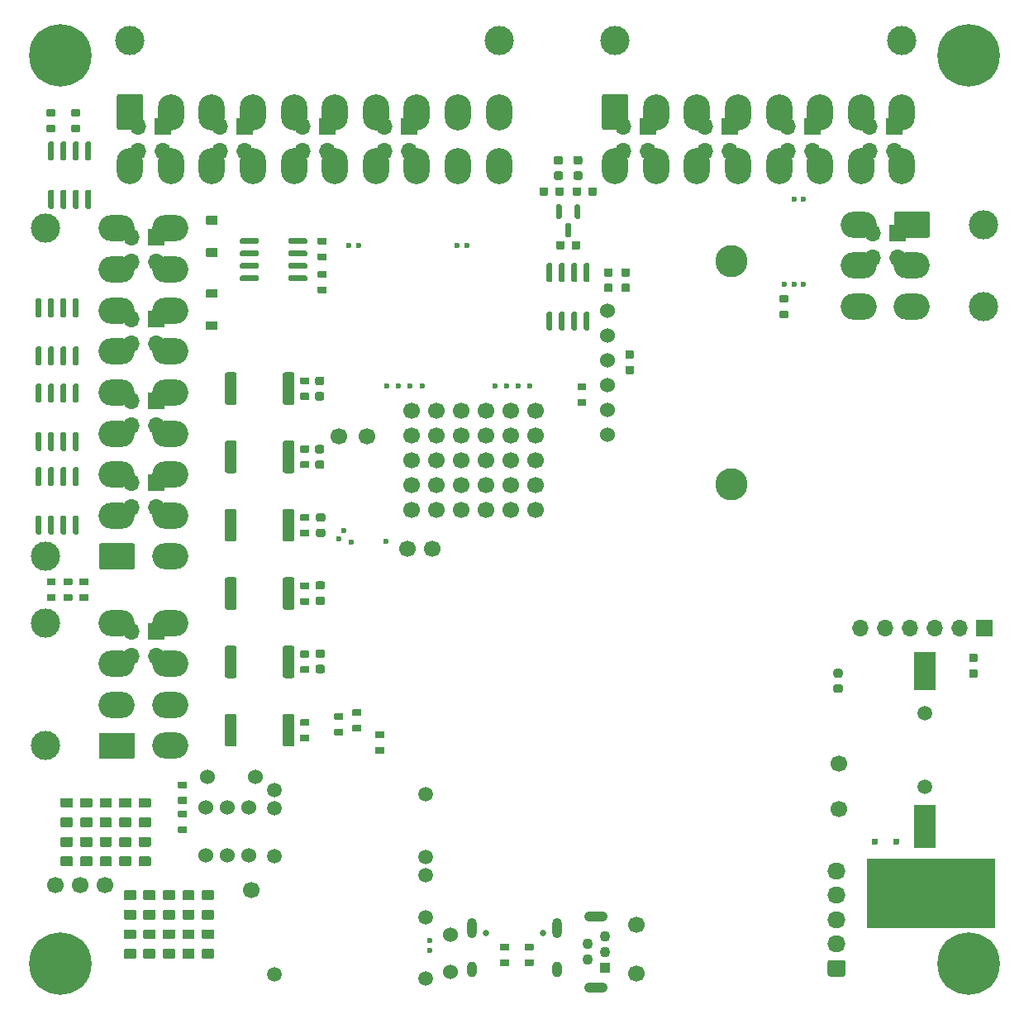
<source format=gbs>
G04 #@! TF.GenerationSoftware,KiCad,Pcbnew,8.0.9-8.0.9-0~ubuntu24.04.1*
G04 #@! TF.CreationDate,2025-04-30T16:41:08+00:00*
G04 #@! TF.ProjectId,uaefi,75616566-692e-46b6-9963-61645f706362,E*
G04 #@! TF.SameCoordinates,Original*
G04 #@! TF.FileFunction,Soldermask,Bot*
G04 #@! TF.FilePolarity,Negative*
%FSLAX46Y46*%
G04 Gerber Fmt 4.6, Leading zero omitted, Abs format (unit mm)*
G04 Created by KiCad (PCBNEW 8.0.9-8.0.9-0~ubuntu24.04.1) date 2025-04-30 16:41:08*
%MOMM*%
%LPD*%
G01*
G04 APERTURE LIST*
%ADD10C,0.120000*%
%ADD11R,1.700000X1.700000*%
%ADD12O,1.700000X1.700000*%
%ADD13C,3.000000*%
%ADD14O,2.700000X3.700000*%
%ADD15C,1.700000*%
%ADD16C,0.800000*%
%ADD17C,6.400000*%
%ADD18C,1.524000*%
%ADD19O,1.850000X1.700000*%
%ADD20C,0.600000*%
%ADD21R,1.100000X1.100000*%
%ADD22C,1.100000*%
%ADD23O,2.400000X1.100000*%
%ADD24C,1.500000*%
%ADD25C,0.599999*%
%ADD26O,3.700000X2.700000*%
%ADD27C,0.650000*%
%ADD28O,1.000000X2.100000*%
%ADD29O,1.000000X1.600000*%
%ADD30C,3.302000*%
%ADD31R,2.299995X4.399991*%
%ADD32R,2.299995X3.999992*%
G04 APERTURE END LIST*
D10*
G04 #@! TO.C,U5*
X99150000Y7225000D02*
X86150000Y7225000D01*
X86150000Y14225000D01*
X99150000Y14225000D01*
X99150000Y7225000D01*
G36*
X99150000Y7225000D02*
G01*
X86150000Y7225000D01*
X86150000Y14225000D01*
X99150000Y14225000D01*
X99150000Y7225000D01*
G37*
G04 #@! TD*
D11*
G04 #@! TO.C,J21*
X13315000Y52750000D03*
D12*
X10775000Y52750000D03*
X13315000Y50210000D03*
X10775000Y50210000D03*
G04 #@! TD*
D13*
G04 #@! TO.C,J10*
X60300000Y98025000D03*
X89700000Y98025000D03*
G36*
G01*
X58950000Y89125001D02*
X58950000Y92324999D01*
G75*
G02*
X59200001Y92575000I250001J0D01*
G01*
X61399999Y92575000D01*
G75*
G02*
X61650000Y92324999I0J-250001D01*
G01*
X61650000Y89125001D01*
G75*
G02*
X61399999Y88875000I-250001J0D01*
G01*
X59200001Y88875000D01*
G75*
G02*
X58950000Y89125001I0J250001D01*
G01*
G37*
D14*
X64500000Y90725000D03*
X68700000Y90725000D03*
X72900000Y90725000D03*
X77100000Y90725000D03*
X81300000Y90725000D03*
X85500000Y90725000D03*
X89700000Y90725000D03*
X60300000Y85225000D03*
X64500000Y85225000D03*
X68700000Y85225000D03*
X72900000Y85225000D03*
X77100000Y85225000D03*
X81300000Y85225000D03*
X85500000Y85225000D03*
X89700000Y85225000D03*
G04 #@! TD*
D15*
G04 #@! TO.C,P8*
X83200000Y19300000D03*
G04 #@! TD*
D11*
G04 #@! TO.C,J20*
X13315000Y61150000D03*
D12*
X10775000Y61150000D03*
X13315000Y58610000D03*
X10775000Y58610000D03*
G04 #@! TD*
D15*
G04 #@! TO.C,P5*
X41600000Y46000000D03*
G04 #@! TD*
D13*
G04 #@! TO.C,J2*
X10600000Y98025000D03*
X48400000Y98025000D03*
G36*
G01*
X9250000Y89125001D02*
X9250000Y92324999D01*
G75*
G02*
X9500001Y92575000I250001J0D01*
G01*
X11699999Y92575000D01*
G75*
G02*
X11950000Y92324999I0J-250001D01*
G01*
X11950000Y89125001D01*
G75*
G02*
X11699999Y88875000I-250001J0D01*
G01*
X9500001Y88875000D01*
G75*
G02*
X9250000Y89125001I0J250001D01*
G01*
G37*
D14*
X14800000Y90725000D03*
X19000000Y90725000D03*
X23200000Y90725000D03*
X27400000Y90725000D03*
X31600000Y90725000D03*
X35800000Y90725000D03*
X40000000Y90725000D03*
X44200000Y90725000D03*
X48400000Y90725000D03*
X10600000Y85225000D03*
X14800000Y85225000D03*
X19000000Y85225000D03*
X23200000Y85225000D03*
X27400000Y85225000D03*
X31600000Y85225000D03*
X35800000Y85225000D03*
X40000000Y85225000D03*
X44200000Y85225000D03*
X48400000Y85225000D03*
G04 #@! TD*
D11*
G04 #@! TO.C,J17*
X39190000Y89225000D03*
D12*
X36650000Y89225000D03*
X39190000Y86685000D03*
X36650000Y86685000D03*
G04 #@! TD*
D15*
G04 #@! TO.C,P1*
X32000000Y57500000D03*
G04 #@! TD*
G04 #@! TO.C,P2*
X34900000Y57500000D03*
G04 #@! TD*
G04 #@! TO.C,P15*
X5540000Y11500000D03*
G04 #@! TD*
D16*
G04 #@! TO.C,H1*
X1100000Y96500000D03*
X1802944Y98197056D03*
X1802944Y94802944D03*
X3500000Y98900000D03*
D17*
X3500000Y96500000D03*
D16*
X3500000Y94100000D03*
X5197056Y98197056D03*
X5197056Y94802944D03*
X5900000Y96500000D03*
G04 #@! TD*
G04 #@! TO.C,H4*
X94100000Y96500000D03*
X94802944Y98197056D03*
X94802944Y94802944D03*
X96500000Y98900000D03*
D17*
X96500000Y96500000D03*
D16*
X96500000Y94100000D03*
X98197056Y98197056D03*
X98197056Y94802944D03*
X98900000Y96500000D03*
G04 #@! TD*
D18*
G04 #@! TO.C,F4*
X18400000Y19450000D03*
X18400000Y14550000D03*
G04 #@! TD*
G04 #@! TO.C,J7*
G36*
G01*
X83675000Y2150000D02*
X82325000Y2150000D01*
G75*
G02*
X82075000Y2400000I0J250000D01*
G01*
X82075000Y3600000D01*
G75*
G02*
X82325000Y3850000I250000J0D01*
G01*
X83675000Y3850000D01*
G75*
G02*
X83925000Y3600000I0J-250000D01*
G01*
X83925000Y2400000D01*
G75*
G02*
X83675000Y2150000I-250000J0D01*
G01*
G37*
D19*
X83000000Y5500000D03*
X83000000Y8000000D03*
X83000000Y10500000D03*
X83000000Y13000000D03*
G04 #@! TD*
D15*
G04 #@! TO.C,P4*
X62500000Y7500000D03*
G04 #@! TD*
D16*
G04 #@! TO.C,H2*
X1100000Y3500000D03*
X1802944Y5197056D03*
X1802944Y1802944D03*
X3500000Y5900000D03*
D17*
X3500000Y3500000D03*
D16*
X3500000Y1100000D03*
X5197056Y5197056D03*
X5197056Y1802944D03*
X5900000Y3500000D03*
G04 #@! TD*
D20*
G04 #@! TO.C,M3*
X49175000Y62675000D03*
X47975000Y62675000D03*
X50375000Y62675000D03*
X51575000Y62675000D03*
X45115000Y77100000D03*
X44115000Y77100000D03*
G04 #@! TD*
D15*
G04 #@! TO.C,P17*
X3000000Y11500000D03*
G04 #@! TD*
D21*
G04 #@! TO.C,J8*
X59250000Y3100000D03*
D22*
X57500000Y3900000D03*
X59250000Y4700000D03*
X57500000Y5500000D03*
X59250000Y6300000D03*
D23*
X58375000Y1050000D03*
X58375000Y8350000D03*
G04 #@! TD*
D18*
G04 #@! TO.C,F3*
X20600000Y19450000D03*
X20600000Y14550000D03*
G04 #@! TD*
D20*
G04 #@! TO.C,M2*
X79574999Y73125000D03*
X78624999Y73125000D03*
X77675001Y73125000D03*
X78674999Y81825000D03*
X79574999Y81825000D03*
G04 #@! TD*
D15*
G04 #@! TO.C,P18*
X23000000Y11000000D03*
G04 #@! TD*
D24*
G04 #@! TO.C,M1*
X40874995Y20824999D03*
X40874995Y14425002D03*
X40874995Y12524999D03*
X40874995Y8224999D03*
D20*
X41324994Y5825002D03*
X41324994Y4825001D03*
D24*
X40874995Y1974999D03*
X25374998Y21275001D03*
X25374998Y19425002D03*
X25374998Y14474999D03*
X25374998Y2425001D03*
G04 #@! TD*
D15*
G04 #@! TO.C,P6*
X39060000Y46000000D03*
G04 #@! TD*
D25*
G04 #@! TO.C,M7*
X31999999Y46975001D03*
X32524999Y47850003D03*
X33274997Y46674999D03*
X36824998Y46750002D03*
G04 #@! TD*
D11*
G04 #@! TO.C,J11*
X80490000Y89225000D03*
D12*
X77950000Y89225000D03*
X80490000Y86685000D03*
X77950000Y86685000D03*
G04 #@! TD*
D13*
G04 #@! TO.C,J5*
X1975000Y45200000D03*
X1975000Y78800000D03*
G36*
G01*
X10874999Y43850000D02*
X7675001Y43850000D01*
G75*
G02*
X7425000Y44100001I0J250001D01*
G01*
X7425000Y46299999D01*
G75*
G02*
X7675001Y46550000I250001J0D01*
G01*
X10874999Y46550000D01*
G75*
G02*
X11125000Y46299999I0J-250001D01*
G01*
X11125000Y44100001D01*
G75*
G02*
X10874999Y43850000I-250001J0D01*
G01*
G37*
D26*
X9275000Y49400000D03*
X9275000Y53600000D03*
X9275000Y57800000D03*
X9275000Y62000000D03*
X9275000Y66200000D03*
X9275000Y70400000D03*
X9275000Y74600000D03*
X9275000Y78800000D03*
X14775000Y45200000D03*
X14775000Y49400000D03*
X14775000Y53600000D03*
X14775000Y57800000D03*
X14775000Y62000000D03*
X14775000Y66200000D03*
X14775000Y70400000D03*
X14775000Y74600000D03*
X14775000Y78800000D03*
G04 #@! TD*
D11*
G04 #@! TO.C,J1*
X88890000Y89225000D03*
D12*
X86350000Y89225000D03*
X88890000Y86685000D03*
X86350000Y86685000D03*
G04 #@! TD*
D13*
G04 #@! TO.C,J3*
X98025000Y79200000D03*
X98025000Y70800000D03*
G36*
G01*
X89125001Y80550000D02*
X92324999Y80550000D01*
G75*
G02*
X92575000Y80299999I0J-250001D01*
G01*
X92575000Y78100001D01*
G75*
G02*
X92324999Y77850000I-250001J0D01*
G01*
X89125001Y77850000D01*
G75*
G02*
X88875000Y78100001I0J250001D01*
G01*
X88875000Y80299999D01*
G75*
G02*
X89125001Y80550000I250001J0D01*
G01*
G37*
D26*
X90725000Y75000000D03*
X90725000Y70800000D03*
X85225000Y79200000D03*
X85225000Y75000000D03*
X85225000Y70800000D03*
G04 #@! TD*
D11*
G04 #@! TO.C,J16*
X30790000Y89225000D03*
D12*
X28250000Y89225000D03*
X30790000Y86685000D03*
X28250000Y86685000D03*
G04 #@! TD*
D18*
G04 #@! TO.C,F1*
X22800000Y19450000D03*
X22800000Y14550000D03*
G04 #@! TD*
D15*
G04 #@! TO.C,G3*
X39500000Y49960000D03*
X39500000Y52500000D03*
X39500000Y55040000D03*
X39500000Y57580000D03*
X39500000Y60120000D03*
X42040000Y49960000D03*
X42040000Y52500000D03*
X42040000Y55040000D03*
X42040000Y57580000D03*
X42040000Y60120000D03*
X44580000Y49960000D03*
X44580000Y52500000D03*
X44580000Y55040000D03*
X44580000Y57580000D03*
X44580000Y60120000D03*
G04 #@! TD*
G04 #@! TO.C,P3*
X62500000Y2500000D03*
G04 #@! TD*
D18*
G04 #@! TO.C,R4*
X43474609Y6474609D03*
X43474609Y2664609D03*
G04 #@! TD*
D11*
G04 #@! TO.C,J24*
X89265000Y78350000D03*
D12*
X86725000Y78350000D03*
X89265000Y75810000D03*
X86725000Y75810000D03*
G04 #@! TD*
D13*
G04 #@! TO.C,J4*
X1975000Y25800000D03*
X1975000Y38400000D03*
G36*
G01*
X10874999Y24450000D02*
X7675001Y24450000D01*
G75*
G02*
X7425000Y24700001I0J250001D01*
G01*
X7425000Y26899999D01*
G75*
G02*
X7675001Y27150000I250001J0D01*
G01*
X10874999Y27150000D01*
G75*
G02*
X11125000Y26899999I0J-250001D01*
G01*
X11125000Y24700001D01*
G75*
G02*
X10874999Y24450000I-250001J0D01*
G01*
G37*
D26*
X9275000Y30000000D03*
X9275000Y34200000D03*
X9275000Y38400000D03*
X14775000Y25800000D03*
X14775000Y30000000D03*
X14775000Y34200000D03*
X14775000Y38400000D03*
G04 #@! TD*
D15*
G04 #@! TO.C,P7*
X83200000Y24000000D03*
G04 #@! TD*
D11*
G04 #@! TO.C,J13*
X63690000Y89225000D03*
D12*
X61150000Y89225000D03*
X63690000Y86685000D03*
X61150000Y86685000D03*
G04 #@! TD*
D27*
G04 #@! TO.C,J9*
X47110000Y6605000D03*
X52890000Y6605000D03*
D28*
X45680000Y7105000D03*
D29*
X45680000Y2925000D03*
D28*
X54320000Y7105000D03*
D29*
X54320000Y2925000D03*
G04 #@! TD*
D16*
G04 #@! TO.C,H3*
X94100000Y3500000D03*
X94802944Y5197056D03*
X94802944Y1802944D03*
X96500000Y5900000D03*
D17*
X96500000Y3500000D03*
D16*
X96500000Y1100000D03*
X98197056Y5197056D03*
X98197056Y1802944D03*
X98900000Y3500000D03*
G04 #@! TD*
D20*
G04 #@! TO.C,M4*
X38125000Y62675000D03*
X36925000Y62675000D03*
X39325000Y62675000D03*
X40525000Y62675000D03*
X34065000Y77100000D03*
X33065000Y77100000D03*
G04 #@! TD*
D11*
G04 #@! TO.C,J14*
X13990000Y89225000D03*
D12*
X11450000Y89225000D03*
X13990000Y86685000D03*
X11450000Y86685000D03*
G04 #@! TD*
D11*
G04 #@! TO.C,J18*
X13315000Y77950000D03*
D12*
X10775000Y77950000D03*
X13315000Y75410000D03*
X10775000Y75410000D03*
G04 #@! TD*
D18*
G04 #@! TO.C,F2*
X18550000Y22600000D03*
X23450000Y22600000D03*
G04 #@! TD*
D11*
G04 #@! TO.C,J15*
X22390000Y89225000D03*
D12*
X19850000Y89225000D03*
X22390000Y86685000D03*
X19850000Y86685000D03*
G04 #@! TD*
D11*
G04 #@! TO.C,J6*
X98150000Y37900000D03*
D12*
X95610000Y37900000D03*
X93070000Y37900000D03*
X90530000Y37900000D03*
X87990000Y37900000D03*
X85450000Y37900000D03*
G04 #@! TD*
D11*
G04 #@! TO.C,J19*
X13315000Y69550000D03*
D12*
X10775000Y69550000D03*
X13315000Y67010000D03*
X10775000Y67010000D03*
G04 #@! TD*
D11*
G04 #@! TO.C,J22*
X13315000Y37550000D03*
D12*
X10775000Y37550000D03*
X13315000Y35010000D03*
X10775000Y35010000D03*
G04 #@! TD*
D11*
G04 #@! TO.C,J12*
X72090000Y89225000D03*
D12*
X69550000Y89225000D03*
X72090000Y86685000D03*
X69550000Y86685000D03*
G04 #@! TD*
D30*
G04 #@! TO.C,U3*
X72203250Y75430000D03*
X72203250Y52570000D03*
D18*
X59503250Y70350000D03*
X59503250Y67810000D03*
X59503250Y65270000D03*
X59503250Y62730000D03*
X59503250Y60190000D03*
X59503250Y57650000D03*
G04 #@! TD*
D15*
G04 #@! TO.C,P16*
X8080000Y11500000D03*
G04 #@! TD*
G04 #@! TO.C,G4*
X47120000Y49960000D03*
X47120000Y52500000D03*
X47120000Y55040000D03*
X47120000Y57580000D03*
X47120000Y60120000D03*
X49660000Y49960000D03*
X49660000Y52500000D03*
X49660000Y55040000D03*
X49660000Y57580000D03*
X49660000Y60120000D03*
X52200000Y49960000D03*
X52200000Y52500000D03*
X52200000Y55040000D03*
X52200000Y57580000D03*
X52200000Y60120000D03*
G04 #@! TD*
G04 #@! TO.C,D8*
G36*
G01*
X54400000Y81257023D02*
X54700000Y81257023D01*
G75*
G02*
X54850000Y81107023I0J-150000D01*
G01*
X54850000Y79932023D01*
G75*
G02*
X54700000Y79782023I-150000J0D01*
G01*
X54400000Y79782023D01*
G75*
G02*
X54250000Y79932023I0J150000D01*
G01*
X54250000Y81107023D01*
G75*
G02*
X54400000Y81257023I150000J0D01*
G01*
G37*
G36*
G01*
X56300000Y81257023D02*
X56600000Y81257023D01*
G75*
G02*
X56750000Y81107023I0J-150000D01*
G01*
X56750000Y79932023D01*
G75*
G02*
X56600000Y79782023I-150000J0D01*
G01*
X56300000Y79782023D01*
G75*
G02*
X56150000Y79932023I0J150000D01*
G01*
X56150000Y81107023D01*
G75*
G02*
X56300000Y81257023I150000J0D01*
G01*
G37*
G36*
G01*
X55350000Y79382023D02*
X55650000Y79382023D01*
G75*
G02*
X55800000Y79232023I0J-150000D01*
G01*
X55800000Y78057023D01*
G75*
G02*
X55650000Y77907023I-150000J0D01*
G01*
X55350000Y77907023D01*
G75*
G02*
X55200000Y78057023I0J150000D01*
G01*
X55200000Y79232023D01*
G75*
G02*
X55350000Y79382023I150000J0D01*
G01*
G37*
G04 #@! TD*
G04 #@! TO.C,C10*
G36*
G01*
X12650000Y13460000D02*
X11600000Y13460000D01*
G75*
G02*
X11500000Y13560000I0J100000D01*
G01*
X11500000Y14360000D01*
G75*
G02*
X11600000Y14460000I100000J0D01*
G01*
X12650000Y14460000D01*
G75*
G02*
X12750000Y14360000I0J-100000D01*
G01*
X12750000Y13560000D01*
G75*
G02*
X12650000Y13460000I-100000J0D01*
G01*
G37*
G36*
G01*
X12650000Y15460000D02*
X11600000Y15460000D01*
G75*
G02*
X11500000Y15560000I0J100000D01*
G01*
X11500000Y16360000D01*
G75*
G02*
X11600000Y16460000I100000J0D01*
G01*
X12650000Y16460000D01*
G75*
G02*
X12750000Y16360000I0J-100000D01*
G01*
X12750000Y15560000D01*
G75*
G02*
X12650000Y15460000I-100000J0D01*
G01*
G37*
G04 #@! TD*
G04 #@! TO.C,C27*
G36*
G01*
X61460000Y66315001D02*
X62140000Y66315001D01*
G75*
G02*
X62225000Y66230001I0J-85000D01*
G01*
X62225000Y65550001D01*
G75*
G02*
X62140000Y65465001I-85000J0D01*
G01*
X61460000Y65465001D01*
G75*
G02*
X61375000Y65550001I0J85000D01*
G01*
X61375000Y66230001D01*
G75*
G02*
X61460000Y66315001I85000J0D01*
G01*
G37*
G36*
G01*
X61460000Y64734999D02*
X62140000Y64734999D01*
G75*
G02*
X62225000Y64649999I0J-85000D01*
G01*
X62225000Y63969999D01*
G75*
G02*
X62140000Y63884999I-85000J0D01*
G01*
X61460000Y63884999D01*
G75*
G02*
X61375000Y63969999I0J85000D01*
G01*
X61375000Y64649999D01*
G75*
G02*
X61460000Y64734999I85000J0D01*
G01*
G37*
G04 #@! TD*
G04 #@! TO.C,D4*
G36*
G01*
X19510000Y75900000D02*
X18490000Y75900000D01*
G75*
G02*
X18400000Y75990000I0J90000D01*
G01*
X18400000Y76710000D01*
G75*
G02*
X18490000Y76800000I90000J0D01*
G01*
X19510000Y76800000D01*
G75*
G02*
X19600000Y76710000I0J-90000D01*
G01*
X19600000Y75990000D01*
G75*
G02*
X19510000Y75900000I-90000J0D01*
G01*
G37*
G36*
G01*
X19510000Y79200000D02*
X18490000Y79200000D01*
G75*
G02*
X18400000Y79290000I0J90000D01*
G01*
X18400000Y80010000D01*
G75*
G02*
X18490000Y80100000I90000J0D01*
G01*
X19510000Y80100000D01*
G75*
G02*
X19600000Y80010000I0J-90000D01*
G01*
X19600000Y79290000D01*
G75*
G02*
X19510000Y79200000I-90000J0D01*
G01*
G37*
G04 #@! TD*
D24*
G04 #@! TO.C,BT1*
X92000000Y21600142D03*
X92000000Y29100000D03*
D31*
X92000000Y17500048D03*
D32*
X92000000Y33500067D03*
G04 #@! TD*
G04 #@! TO.C,U10*
G36*
G01*
X1095000Y62900000D02*
X1395000Y62900000D01*
G75*
G02*
X1545000Y62750000I0J-150000D01*
G01*
X1545000Y61100000D01*
G75*
G02*
X1395000Y60950000I-150000J0D01*
G01*
X1095000Y60950000D01*
G75*
G02*
X945000Y61100000I0J150000D01*
G01*
X945000Y62750000D01*
G75*
G02*
X1095000Y62900000I150000J0D01*
G01*
G37*
G36*
G01*
X2365000Y62900000D02*
X2665000Y62900000D01*
G75*
G02*
X2815000Y62750000I0J-150000D01*
G01*
X2815000Y61100000D01*
G75*
G02*
X2665000Y60950000I-150000J0D01*
G01*
X2365000Y60950000D01*
G75*
G02*
X2215000Y61100000I0J150000D01*
G01*
X2215000Y62750000D01*
G75*
G02*
X2365000Y62900000I150000J0D01*
G01*
G37*
G36*
G01*
X3635000Y62900000D02*
X3935000Y62900000D01*
G75*
G02*
X4085000Y62750000I0J-150000D01*
G01*
X4085000Y61100000D01*
G75*
G02*
X3935000Y60950000I-150000J0D01*
G01*
X3635000Y60950000D01*
G75*
G02*
X3485000Y61100000I0J150000D01*
G01*
X3485000Y62750000D01*
G75*
G02*
X3635000Y62900000I150000J0D01*
G01*
G37*
G36*
G01*
X4905000Y62900000D02*
X5205000Y62900000D01*
G75*
G02*
X5355000Y62750000I0J-150000D01*
G01*
X5355000Y61100000D01*
G75*
G02*
X5205000Y60950000I-150000J0D01*
G01*
X4905000Y60950000D01*
G75*
G02*
X4755000Y61100000I0J150000D01*
G01*
X4755000Y62750000D01*
G75*
G02*
X4905000Y62900000I150000J0D01*
G01*
G37*
G36*
G01*
X4905000Y57950000D02*
X5205000Y57950000D01*
G75*
G02*
X5355000Y57800000I0J-150000D01*
G01*
X5355000Y56150000D01*
G75*
G02*
X5205000Y56000000I-150000J0D01*
G01*
X4905000Y56000000D01*
G75*
G02*
X4755000Y56150000I0J150000D01*
G01*
X4755000Y57800000D01*
G75*
G02*
X4905000Y57950000I150000J0D01*
G01*
G37*
G36*
G01*
X3635000Y57950000D02*
X3935000Y57950000D01*
G75*
G02*
X4085000Y57800000I0J-150000D01*
G01*
X4085000Y56150000D01*
G75*
G02*
X3935000Y56000000I-150000J0D01*
G01*
X3635000Y56000000D01*
G75*
G02*
X3485000Y56150000I0J150000D01*
G01*
X3485000Y57800000D01*
G75*
G02*
X3635000Y57950000I150000J0D01*
G01*
G37*
G36*
G01*
X2365000Y57950000D02*
X2665000Y57950000D01*
G75*
G02*
X2815000Y57800000I0J-150000D01*
G01*
X2815000Y56150000D01*
G75*
G02*
X2665000Y56000000I-150000J0D01*
G01*
X2365000Y56000000D01*
G75*
G02*
X2215000Y56150000I0J150000D01*
G01*
X2215000Y57800000D01*
G75*
G02*
X2365000Y57950000I150000J0D01*
G01*
G37*
G36*
G01*
X1095000Y57950000D02*
X1395000Y57950000D01*
G75*
G02*
X1545000Y57800000I0J-150000D01*
G01*
X1545000Y56150000D01*
G75*
G02*
X1395000Y56000000I-150000J0D01*
G01*
X1095000Y56000000D01*
G75*
G02*
X945000Y56150000I0J150000D01*
G01*
X945000Y57800000D01*
G75*
G02*
X1095000Y57950000I150000J0D01*
G01*
G37*
G04 #@! TD*
G04 #@! TO.C,R31*
G36*
G01*
X2940000Y40650000D02*
X2160000Y40650000D01*
G75*
G02*
X2090000Y40720000I0J70000D01*
G01*
X2090000Y41280000D01*
G75*
G02*
X2160000Y41350000I70000J0D01*
G01*
X2940000Y41350000D01*
G75*
G02*
X3010000Y41280000I0J-70000D01*
G01*
X3010000Y40720000D01*
G75*
G02*
X2940000Y40650000I-70000J0D01*
G01*
G37*
G36*
G01*
X2940000Y42250000D02*
X2160000Y42250000D01*
G75*
G02*
X2090000Y42320000I0J70000D01*
G01*
X2090000Y42880000D01*
G75*
G02*
X2160000Y42950000I70000J0D01*
G01*
X2940000Y42950000D01*
G75*
G02*
X3010000Y42880000I0J-70000D01*
G01*
X3010000Y42320000D01*
G75*
G02*
X2940000Y42250000I-70000J0D01*
G01*
G37*
G04 #@! TD*
G04 #@! TO.C,C30*
G36*
G01*
X58405002Y82940000D02*
X58405002Y82260000D01*
G75*
G02*
X58320002Y82175000I-85000J0D01*
G01*
X57640002Y82175000D01*
G75*
G02*
X57555002Y82260000I0J85000D01*
G01*
X57555002Y82940000D01*
G75*
G02*
X57640002Y83025000I85000J0D01*
G01*
X58320002Y83025000D01*
G75*
G02*
X58405002Y82940000I0J-85000D01*
G01*
G37*
G36*
G01*
X56825000Y82940000D02*
X56825000Y82260000D01*
G75*
G02*
X56740000Y82175000I-85000J0D01*
G01*
X56060000Y82175000D01*
G75*
G02*
X55975000Y82260000I0J85000D01*
G01*
X55975000Y82940000D01*
G75*
G02*
X56060000Y83025000I85000J0D01*
G01*
X56740000Y83025000D01*
G75*
G02*
X56825000Y82940000I0J-85000D01*
G01*
G37*
G04 #@! TD*
G04 #@! TO.C,C7*
G36*
G01*
X6650000Y13460000D02*
X5600000Y13460000D01*
G75*
G02*
X5500000Y13560000I0J100000D01*
G01*
X5500000Y14360000D01*
G75*
G02*
X5600000Y14460000I100000J0D01*
G01*
X6650000Y14460000D01*
G75*
G02*
X6750000Y14360000I0J-100000D01*
G01*
X6750000Y13560000D01*
G75*
G02*
X6650000Y13460000I-100000J0D01*
G01*
G37*
G36*
G01*
X6650000Y15460000D02*
X5600000Y15460000D01*
G75*
G02*
X5500000Y15560000I0J100000D01*
G01*
X5500000Y16360000D01*
G75*
G02*
X5600000Y16460000I100000J0D01*
G01*
X6650000Y16460000D01*
G75*
G02*
X6750000Y16360000I0J-100000D01*
G01*
X6750000Y15560000D01*
G75*
G02*
X6650000Y15460000I-100000J0D01*
G01*
G37*
G04 #@! TD*
G04 #@! TO.C,C33*
G36*
G01*
X96660000Y35215001D02*
X97340000Y35215001D01*
G75*
G02*
X97425000Y35130001I0J-85000D01*
G01*
X97425000Y34450001D01*
G75*
G02*
X97340000Y34365001I-85000J0D01*
G01*
X96660000Y34365001D01*
G75*
G02*
X96575000Y34450001I0J85000D01*
G01*
X96575000Y35130001D01*
G75*
G02*
X96660000Y35215001I85000J0D01*
G01*
G37*
G36*
G01*
X96660000Y33634999D02*
X97340000Y33634999D01*
G75*
G02*
X97425000Y33549999I0J-85000D01*
G01*
X97425000Y32869999D01*
G75*
G02*
X97340000Y32784999I-85000J0D01*
G01*
X96660000Y32784999D01*
G75*
G02*
X96575000Y32869999I0J85000D01*
G01*
X96575000Y33549999D01*
G75*
G02*
X96660000Y33634999I85000J0D01*
G01*
G37*
G04 #@! TD*
G04 #@! TO.C,C29*
G36*
G01*
X54284999Y76742023D02*
X54284999Y77422023D01*
G75*
G02*
X54369999Y77507023I85000J0D01*
G01*
X55049999Y77507023D01*
G75*
G02*
X55134999Y77422023I0J-85000D01*
G01*
X55134999Y76742023D01*
G75*
G02*
X55049999Y76657023I-85000J0D01*
G01*
X54369999Y76657023D01*
G75*
G02*
X54284999Y76742023I0J85000D01*
G01*
G37*
G36*
G01*
X55865001Y76742023D02*
X55865001Y77422023D01*
G75*
G02*
X55950001Y77507023I85000J0D01*
G01*
X56630001Y77507023D01*
G75*
G02*
X56715001Y77422023I0J-85000D01*
G01*
X56715001Y76742023D01*
G75*
G02*
X56630001Y76657023I-85000J0D01*
G01*
X55950001Y76657023D01*
G75*
G02*
X55865001Y76742023I0J85000D01*
G01*
G37*
G04 #@! TD*
G04 #@! TO.C,R34*
G36*
G01*
X6290000Y40650000D02*
X5510000Y40650000D01*
G75*
G02*
X5440000Y40720000I0J70000D01*
G01*
X5440000Y41280000D01*
G75*
G02*
X5510000Y41350000I70000J0D01*
G01*
X6290000Y41350000D01*
G75*
G02*
X6360000Y41280000I0J-70000D01*
G01*
X6360000Y40720000D01*
G75*
G02*
X6290000Y40650000I-70000J0D01*
G01*
G37*
G36*
G01*
X6290000Y42250000D02*
X5510000Y42250000D01*
G75*
G02*
X5440000Y42320000I0J70000D01*
G01*
X5440000Y42880000D01*
G75*
G02*
X5510000Y42950000I70000J0D01*
G01*
X6290000Y42950000D01*
G75*
G02*
X6360000Y42880000I0J-70000D01*
G01*
X6360000Y42320000D01*
G75*
G02*
X6290000Y42250000I-70000J0D01*
G01*
G37*
G04 #@! TD*
G04 #@! TO.C,C17*
G36*
G01*
X16075000Y11000000D02*
X17125000Y11000000D01*
G75*
G02*
X17225000Y10900000I0J-100000D01*
G01*
X17225000Y10100000D01*
G75*
G02*
X17125000Y10000000I-100000J0D01*
G01*
X16075000Y10000000D01*
G75*
G02*
X15975000Y10100000I0J100000D01*
G01*
X15975000Y10900000D01*
G75*
G02*
X16075000Y11000000I100000J0D01*
G01*
G37*
G36*
G01*
X16075000Y9000000D02*
X17125000Y9000000D01*
G75*
G02*
X17225000Y8900000I0J-100000D01*
G01*
X17225000Y8100000D01*
G75*
G02*
X17125000Y8000000I-100000J0D01*
G01*
X16075000Y8000000D01*
G75*
G02*
X15975000Y8100000I0J100000D01*
G01*
X15975000Y8900000D01*
G75*
G02*
X16075000Y9000000I100000J0D01*
G01*
G37*
G04 #@! TD*
G04 #@! TO.C,R20*
G36*
G01*
X27475000Y63825000D02*
X27475000Y60975000D01*
G75*
G02*
X27225000Y60725000I-250000J0D01*
G01*
X26500000Y60725000D01*
G75*
G02*
X26250000Y60975000I0J250000D01*
G01*
X26250000Y63825000D01*
G75*
G02*
X26500000Y64075000I250000J0D01*
G01*
X27225000Y64075000D01*
G75*
G02*
X27475000Y63825000I0J-250000D01*
G01*
G37*
G36*
G01*
X21550000Y63825000D02*
X21550000Y60975000D01*
G75*
G02*
X21300000Y60725000I-250000J0D01*
G01*
X20575000Y60725000D01*
G75*
G02*
X20325000Y60975000I0J250000D01*
G01*
X20325000Y63825000D01*
G75*
G02*
X20575000Y64075000I250000J0D01*
G01*
X21300000Y64075000D01*
G75*
G02*
X21550000Y63825000I0J-250000D01*
G01*
G37*
G04 #@! TD*
G04 #@! TO.C,C3*
G36*
G01*
X7600000Y20460000D02*
X8650000Y20460000D01*
G75*
G02*
X8750000Y20360000I0J-100000D01*
G01*
X8750000Y19560000D01*
G75*
G02*
X8650000Y19460000I-100000J0D01*
G01*
X7600000Y19460000D01*
G75*
G02*
X7500000Y19560000I0J100000D01*
G01*
X7500000Y20360000D01*
G75*
G02*
X7600000Y20460000I100000J0D01*
G01*
G37*
G36*
G01*
X7600000Y18460000D02*
X8650000Y18460000D01*
G75*
G02*
X8750000Y18360000I0J-100000D01*
G01*
X8750000Y17560000D01*
G75*
G02*
X8650000Y17460000I-100000J0D01*
G01*
X7600000Y17460000D01*
G75*
G02*
X7500000Y17560000I0J100000D01*
G01*
X7500000Y18360000D01*
G75*
G02*
X7600000Y18460000I100000J0D01*
G01*
G37*
G04 #@! TD*
G04 #@! TO.C,C23*
G36*
G01*
X19125000Y4000000D02*
X18075000Y4000000D01*
G75*
G02*
X17975000Y4100000I0J100000D01*
G01*
X17975000Y4900000D01*
G75*
G02*
X18075000Y5000000I100000J0D01*
G01*
X19125000Y5000000D01*
G75*
G02*
X19225000Y4900000I0J-100000D01*
G01*
X19225000Y4100000D01*
G75*
G02*
X19125000Y4000000I-100000J0D01*
G01*
G37*
G36*
G01*
X19125000Y6000000D02*
X18075000Y6000000D01*
G75*
G02*
X17975000Y6100000I0J100000D01*
G01*
X17975000Y6900000D01*
G75*
G02*
X18075000Y7000000I100000J0D01*
G01*
X19125000Y7000000D01*
G75*
G02*
X19225000Y6900000I0J-100000D01*
G01*
X19225000Y6100000D01*
G75*
G02*
X19125000Y6000000I-100000J0D01*
G01*
G37*
G04 #@! TD*
G04 #@! TO.C,U4*
G36*
G01*
X53445000Y75250000D02*
X53745000Y75250000D01*
G75*
G02*
X53895000Y75100000I0J-150000D01*
G01*
X53895000Y73450000D01*
G75*
G02*
X53745000Y73300000I-150000J0D01*
G01*
X53445000Y73300000D01*
G75*
G02*
X53295000Y73450000I0J150000D01*
G01*
X53295000Y75100000D01*
G75*
G02*
X53445000Y75250000I150000J0D01*
G01*
G37*
G36*
G01*
X54715000Y75250000D02*
X55015000Y75250000D01*
G75*
G02*
X55165000Y75100000I0J-150000D01*
G01*
X55165000Y73450000D01*
G75*
G02*
X55015000Y73300000I-150000J0D01*
G01*
X54715000Y73300000D01*
G75*
G02*
X54565000Y73450000I0J150000D01*
G01*
X54565000Y75100000D01*
G75*
G02*
X54715000Y75250000I150000J0D01*
G01*
G37*
G36*
G01*
X55985000Y75250000D02*
X56285000Y75250000D01*
G75*
G02*
X56435000Y75100000I0J-150000D01*
G01*
X56435000Y73450000D01*
G75*
G02*
X56285000Y73300000I-150000J0D01*
G01*
X55985000Y73300000D01*
G75*
G02*
X55835000Y73450000I0J150000D01*
G01*
X55835000Y75100000D01*
G75*
G02*
X55985000Y75250000I150000J0D01*
G01*
G37*
G36*
G01*
X57255000Y75250000D02*
X57555000Y75250000D01*
G75*
G02*
X57705000Y75100000I0J-150000D01*
G01*
X57705000Y73450000D01*
G75*
G02*
X57555000Y73300000I-150000J0D01*
G01*
X57255000Y73300000D01*
G75*
G02*
X57105000Y73450000I0J150000D01*
G01*
X57105000Y75100000D01*
G75*
G02*
X57255000Y75250000I150000J0D01*
G01*
G37*
G36*
G01*
X57255000Y70300000D02*
X57555000Y70300000D01*
G75*
G02*
X57705000Y70150000I0J-150000D01*
G01*
X57705000Y68500000D01*
G75*
G02*
X57555000Y68350000I-150000J0D01*
G01*
X57255000Y68350000D01*
G75*
G02*
X57105000Y68500000I0J150000D01*
G01*
X57105000Y70150000D01*
G75*
G02*
X57255000Y70300000I150000J0D01*
G01*
G37*
G36*
G01*
X55985000Y70300000D02*
X56285000Y70300000D01*
G75*
G02*
X56435000Y70150000I0J-150000D01*
G01*
X56435000Y68500000D01*
G75*
G02*
X56285000Y68350000I-150000J0D01*
G01*
X55985000Y68350000D01*
G75*
G02*
X55835000Y68500000I0J150000D01*
G01*
X55835000Y70150000D01*
G75*
G02*
X55985000Y70300000I150000J0D01*
G01*
G37*
G36*
G01*
X54715000Y70300000D02*
X55015000Y70300000D01*
G75*
G02*
X55165000Y70150000I0J-150000D01*
G01*
X55165000Y68500000D01*
G75*
G02*
X55015000Y68350000I-150000J0D01*
G01*
X54715000Y68350000D01*
G75*
G02*
X54565000Y68500000I0J150000D01*
G01*
X54565000Y70150000D01*
G75*
G02*
X54715000Y70300000I150000J0D01*
G01*
G37*
G36*
G01*
X53445000Y70300000D02*
X53745000Y70300000D01*
G75*
G02*
X53895000Y70150000I0J-150000D01*
G01*
X53895000Y68500000D01*
G75*
G02*
X53745000Y68350000I-150000J0D01*
G01*
X53445000Y68350000D01*
G75*
G02*
X53295000Y68500000I0J150000D01*
G01*
X53295000Y70150000D01*
G75*
G02*
X53445000Y70300000I150000J0D01*
G01*
G37*
G04 #@! TD*
G04 #@! TO.C,C1*
G36*
G01*
X3600000Y20460000D02*
X4650000Y20460000D01*
G75*
G02*
X4750000Y20360000I0J-100000D01*
G01*
X4750000Y19560000D01*
G75*
G02*
X4650000Y19460000I-100000J0D01*
G01*
X3600000Y19460000D01*
G75*
G02*
X3500000Y19560000I0J100000D01*
G01*
X3500000Y20360000D01*
G75*
G02*
X3600000Y20460000I100000J0D01*
G01*
G37*
G36*
G01*
X3600000Y18460000D02*
X4650000Y18460000D01*
G75*
G02*
X4750000Y18360000I0J-100000D01*
G01*
X4750000Y17560000D01*
G75*
G02*
X4650000Y17460000I-100000J0D01*
G01*
X3600000Y17460000D01*
G75*
G02*
X3500000Y17560000I0J100000D01*
G01*
X3500000Y18360000D01*
G75*
G02*
X3600000Y18460000I100000J0D01*
G01*
G37*
G04 #@! TD*
G04 #@! TO.C,R26*
G36*
G01*
X27475000Y42825000D02*
X27475000Y39975000D01*
G75*
G02*
X27225000Y39725000I-250000J0D01*
G01*
X26500000Y39725000D01*
G75*
G02*
X26250000Y39975000I0J250000D01*
G01*
X26250000Y42825000D01*
G75*
G02*
X26500000Y43075000I250000J0D01*
G01*
X27225000Y43075000D01*
G75*
G02*
X27475000Y42825000I0J-250000D01*
G01*
G37*
G36*
G01*
X21550000Y42825000D02*
X21550000Y39975000D01*
G75*
G02*
X21300000Y39725000I-250000J0D01*
G01*
X20575000Y39725000D01*
G75*
G02*
X20325000Y39975000I0J250000D01*
G01*
X20325000Y42825000D01*
G75*
G02*
X20575000Y43075000I250000J0D01*
G01*
X21300000Y43075000D01*
G75*
G02*
X21550000Y42825000I0J-250000D01*
G01*
G37*
G04 #@! TD*
G04 #@! TO.C,U11*
G36*
G01*
X1095000Y54350000D02*
X1395000Y54350000D01*
G75*
G02*
X1545000Y54200000I0J-150000D01*
G01*
X1545000Y52550000D01*
G75*
G02*
X1395000Y52400000I-150000J0D01*
G01*
X1095000Y52400000D01*
G75*
G02*
X945000Y52550000I0J150000D01*
G01*
X945000Y54200000D01*
G75*
G02*
X1095000Y54350000I150000J0D01*
G01*
G37*
G36*
G01*
X2365000Y54350000D02*
X2665000Y54350000D01*
G75*
G02*
X2815000Y54200000I0J-150000D01*
G01*
X2815000Y52550000D01*
G75*
G02*
X2665000Y52400000I-150000J0D01*
G01*
X2365000Y52400000D01*
G75*
G02*
X2215000Y52550000I0J150000D01*
G01*
X2215000Y54200000D01*
G75*
G02*
X2365000Y54350000I150000J0D01*
G01*
G37*
G36*
G01*
X3635000Y54350000D02*
X3935000Y54350000D01*
G75*
G02*
X4085000Y54200000I0J-150000D01*
G01*
X4085000Y52550000D01*
G75*
G02*
X3935000Y52400000I-150000J0D01*
G01*
X3635000Y52400000D01*
G75*
G02*
X3485000Y52550000I0J150000D01*
G01*
X3485000Y54200000D01*
G75*
G02*
X3635000Y54350000I150000J0D01*
G01*
G37*
G36*
G01*
X4905000Y54350000D02*
X5205000Y54350000D01*
G75*
G02*
X5355000Y54200000I0J-150000D01*
G01*
X5355000Y52550000D01*
G75*
G02*
X5205000Y52400000I-150000J0D01*
G01*
X4905000Y52400000D01*
G75*
G02*
X4755000Y52550000I0J150000D01*
G01*
X4755000Y54200000D01*
G75*
G02*
X4905000Y54350000I150000J0D01*
G01*
G37*
G36*
G01*
X4905000Y49400000D02*
X5205000Y49400000D01*
G75*
G02*
X5355000Y49250000I0J-150000D01*
G01*
X5355000Y47600000D01*
G75*
G02*
X5205000Y47450000I-150000J0D01*
G01*
X4905000Y47450000D01*
G75*
G02*
X4755000Y47600000I0J150000D01*
G01*
X4755000Y49250000D01*
G75*
G02*
X4905000Y49400000I150000J0D01*
G01*
G37*
G36*
G01*
X3635000Y49400000D02*
X3935000Y49400000D01*
G75*
G02*
X4085000Y49250000I0J-150000D01*
G01*
X4085000Y47600000D01*
G75*
G02*
X3935000Y47450000I-150000J0D01*
G01*
X3635000Y47450000D01*
G75*
G02*
X3485000Y47600000I0J150000D01*
G01*
X3485000Y49250000D01*
G75*
G02*
X3635000Y49400000I150000J0D01*
G01*
G37*
G36*
G01*
X2365000Y49400000D02*
X2665000Y49400000D01*
G75*
G02*
X2815000Y49250000I0J-150000D01*
G01*
X2815000Y47600000D01*
G75*
G02*
X2665000Y47450000I-150000J0D01*
G01*
X2365000Y47450000D01*
G75*
G02*
X2215000Y47600000I0J150000D01*
G01*
X2215000Y49250000D01*
G75*
G02*
X2365000Y49400000I150000J0D01*
G01*
G37*
G36*
G01*
X1095000Y49400000D02*
X1395000Y49400000D01*
G75*
G02*
X1545000Y49250000I0J-150000D01*
G01*
X1545000Y47600000D01*
G75*
G02*
X1395000Y47450000I-150000J0D01*
G01*
X1095000Y47450000D01*
G75*
G02*
X945000Y47600000I0J150000D01*
G01*
X945000Y49250000D01*
G75*
G02*
X1095000Y49400000I150000J0D01*
G01*
G37*
G04 #@! TD*
G04 #@! TO.C,C31*
G36*
G01*
X59940000Y72284999D02*
X59260000Y72284999D01*
G75*
G02*
X59175000Y72369999I0J85000D01*
G01*
X59175000Y73049999D01*
G75*
G02*
X59260000Y73134999I85000J0D01*
G01*
X59940000Y73134999D01*
G75*
G02*
X60025000Y73049999I0J-85000D01*
G01*
X60025000Y72369999D01*
G75*
G02*
X59940000Y72284999I-85000J0D01*
G01*
G37*
G36*
G01*
X59940000Y73865001D02*
X59260000Y73865001D01*
G75*
G02*
X59175000Y73950001I0J85000D01*
G01*
X59175000Y74630001D01*
G75*
G02*
X59260000Y74715001I85000J0D01*
G01*
X59940000Y74715001D01*
G75*
G02*
X60025000Y74630001I0J-85000D01*
G01*
X60025000Y73950001D01*
G75*
G02*
X59940000Y73865001I-85000J0D01*
G01*
G37*
G04 #@! TD*
G04 #@! TO.C,F9*
G36*
G01*
X29843750Y35675000D02*
X30356250Y35675000D01*
G75*
G02*
X30575000Y35456250I0J-218750D01*
G01*
X30575000Y35018750D01*
G75*
G02*
X30356250Y34800000I-218750J0D01*
G01*
X29843750Y34800000D01*
G75*
G02*
X29625000Y35018750I0J218750D01*
G01*
X29625000Y35456250D01*
G75*
G02*
X29843750Y35675000I218750J0D01*
G01*
G37*
G36*
G01*
X29843750Y34100000D02*
X30356250Y34100000D01*
G75*
G02*
X30575000Y33881250I0J-218750D01*
G01*
X30575000Y33443750D01*
G75*
G02*
X30356250Y33225000I-218750J0D01*
G01*
X29843750Y33225000D01*
G75*
G02*
X29625000Y33443750I0J218750D01*
G01*
X29625000Y33881250D01*
G75*
G02*
X29843750Y34100000I218750J0D01*
G01*
G37*
G04 #@! TD*
G04 #@! TO.C,C14*
G36*
G01*
X10075000Y11000000D02*
X11125000Y11000000D01*
G75*
G02*
X11225000Y10900000I0J-100000D01*
G01*
X11225000Y10100000D01*
G75*
G02*
X11125000Y10000000I-100000J0D01*
G01*
X10075000Y10000000D01*
G75*
G02*
X9975000Y10100000I0J100000D01*
G01*
X9975000Y10900000D01*
G75*
G02*
X10075000Y11000000I100000J0D01*
G01*
G37*
G36*
G01*
X10075000Y9000000D02*
X11125000Y9000000D01*
G75*
G02*
X11225000Y8900000I0J-100000D01*
G01*
X11225000Y8100000D01*
G75*
G02*
X11125000Y8000000I-100000J0D01*
G01*
X10075000Y8000000D01*
G75*
G02*
X9975000Y8100000I0J100000D01*
G01*
X9975000Y8900000D01*
G75*
G02*
X10075000Y9000000I100000J0D01*
G01*
G37*
G04 #@! TD*
G04 #@! TO.C,C19*
G36*
G01*
X11125000Y4000000D02*
X10075000Y4000000D01*
G75*
G02*
X9975000Y4100000I0J100000D01*
G01*
X9975000Y4900000D01*
G75*
G02*
X10075000Y5000000I100000J0D01*
G01*
X11125000Y5000000D01*
G75*
G02*
X11225000Y4900000I0J-100000D01*
G01*
X11225000Y4100000D01*
G75*
G02*
X11125000Y4000000I-100000J0D01*
G01*
G37*
G36*
G01*
X11125000Y6000000D02*
X10075000Y6000000D01*
G75*
G02*
X9975000Y6100000I0J100000D01*
G01*
X9975000Y6900000D01*
G75*
G02*
X10075000Y7000000I100000J0D01*
G01*
X11125000Y7000000D01*
G75*
G02*
X11225000Y6900000I0J-100000D01*
G01*
X11225000Y6100000D01*
G75*
G02*
X11125000Y6000000I-100000J0D01*
G01*
G37*
G04 #@! TD*
G04 #@! TO.C,F6*
G36*
G01*
X29793750Y63625000D02*
X30306250Y63625000D01*
G75*
G02*
X30525000Y63406250I0J-218750D01*
G01*
X30525000Y62968750D01*
G75*
G02*
X30306250Y62750000I-218750J0D01*
G01*
X29793750Y62750000D01*
G75*
G02*
X29575000Y62968750I0J218750D01*
G01*
X29575000Y63406250D01*
G75*
G02*
X29793750Y63625000I218750J0D01*
G01*
G37*
G36*
G01*
X29793750Y62050000D02*
X30306250Y62050000D01*
G75*
G02*
X30525000Y61831250I0J-218750D01*
G01*
X30525000Y61393750D01*
G75*
G02*
X30306250Y61175000I-218750J0D01*
G01*
X29793750Y61175000D01*
G75*
G02*
X29575000Y61393750I0J218750D01*
G01*
X29575000Y61831250D01*
G75*
G02*
X29793750Y62050000I218750J0D01*
G01*
G37*
G04 #@! TD*
G04 #@! TO.C,R27*
G36*
G01*
X27475000Y35825000D02*
X27475000Y32975000D01*
G75*
G02*
X27225000Y32725000I-250000J0D01*
G01*
X26500000Y32725000D01*
G75*
G02*
X26250000Y32975000I0J250000D01*
G01*
X26250000Y35825000D01*
G75*
G02*
X26500000Y36075000I250000J0D01*
G01*
X27225000Y36075000D01*
G75*
G02*
X27475000Y35825000I0J-250000D01*
G01*
G37*
G36*
G01*
X21550000Y35825000D02*
X21550000Y32975000D01*
G75*
G02*
X21300000Y32725000I-250000J0D01*
G01*
X20575000Y32725000D01*
G75*
G02*
X20325000Y32975000I0J250000D01*
G01*
X20325000Y35825000D01*
G75*
G02*
X20575000Y36075000I250000J0D01*
G01*
X21300000Y36075000D01*
G75*
G02*
X21550000Y35825000I0J-250000D01*
G01*
G37*
G04 #@! TD*
G04 #@! TO.C,R21*
G36*
G01*
X27475000Y56825000D02*
X27475000Y53975000D01*
G75*
G02*
X27225000Y53725000I-250000J0D01*
G01*
X26500000Y53725000D01*
G75*
G02*
X26250000Y53975000I0J250000D01*
G01*
X26250000Y56825000D01*
G75*
G02*
X26500000Y57075000I250000J0D01*
G01*
X27225000Y57075000D01*
G75*
G02*
X27475000Y56825000I0J-250000D01*
G01*
G37*
G36*
G01*
X21550000Y56825000D02*
X21550000Y53975000D01*
G75*
G02*
X21300000Y53725000I-250000J0D01*
G01*
X20575000Y53725000D01*
G75*
G02*
X20325000Y53975000I0J250000D01*
G01*
X20325000Y56825000D01*
G75*
G02*
X20575000Y57075000I250000J0D01*
G01*
X21300000Y57075000D01*
G75*
G02*
X21550000Y56825000I0J-250000D01*
G01*
G37*
G04 #@! TD*
G04 #@! TO.C,C4*
G36*
G01*
X9600000Y20460000D02*
X10650000Y20460000D01*
G75*
G02*
X10750000Y20360000I0J-100000D01*
G01*
X10750000Y19560000D01*
G75*
G02*
X10650000Y19460000I-100000J0D01*
G01*
X9600000Y19460000D01*
G75*
G02*
X9500000Y19560000I0J100000D01*
G01*
X9500000Y20360000D01*
G75*
G02*
X9600000Y20460000I100000J0D01*
G01*
G37*
G36*
G01*
X9600000Y18460000D02*
X10650000Y18460000D01*
G75*
G02*
X10750000Y18360000I0J-100000D01*
G01*
X10750000Y17560000D01*
G75*
G02*
X10650000Y17460000I-100000J0D01*
G01*
X9600000Y17460000D01*
G75*
G02*
X9500000Y17560000I0J100000D01*
G01*
X9500000Y18360000D01*
G75*
G02*
X9600000Y18460000I100000J0D01*
G01*
G37*
G04 #@! TD*
G04 #@! TO.C,F10*
G36*
G01*
X82893750Y33675000D02*
X83406250Y33675000D01*
G75*
G02*
X83625000Y33456250I0J-218750D01*
G01*
X83625000Y33018750D01*
G75*
G02*
X83406250Y32800000I-218750J0D01*
G01*
X82893750Y32800000D01*
G75*
G02*
X82675000Y33018750I0J218750D01*
G01*
X82675000Y33456250D01*
G75*
G02*
X82893750Y33675000I218750J0D01*
G01*
G37*
G36*
G01*
X82893750Y32100000D02*
X83406250Y32100000D01*
G75*
G02*
X83625000Y31881250I0J-218750D01*
G01*
X83625000Y31443750D01*
G75*
G02*
X83406250Y31225000I-218750J0D01*
G01*
X82893750Y31225000D01*
G75*
G02*
X82675000Y31443750I0J218750D01*
G01*
X82675000Y31881250D01*
G75*
G02*
X82893750Y32100000I218750J0D01*
G01*
G37*
G04 #@! TD*
G04 #@! TO.C,D2*
G36*
G01*
X19510000Y68400000D02*
X18490000Y68400000D01*
G75*
G02*
X18400000Y68490000I0J90000D01*
G01*
X18400000Y69210000D01*
G75*
G02*
X18490000Y69300000I90000J0D01*
G01*
X19510000Y69300000D01*
G75*
G02*
X19600000Y69210000I0J-90000D01*
G01*
X19600000Y68490000D01*
G75*
G02*
X19510000Y68400000I-90000J0D01*
G01*
G37*
G36*
G01*
X19510000Y71700000D02*
X18490000Y71700000D01*
G75*
G02*
X18400000Y71790000I0J90000D01*
G01*
X18400000Y72510000D01*
G75*
G02*
X18490000Y72600000I90000J0D01*
G01*
X19510000Y72600000D01*
G75*
G02*
X19600000Y72510000I0J-90000D01*
G01*
X19600000Y71790000D01*
G75*
G02*
X19510000Y71700000I-90000J0D01*
G01*
G37*
G04 #@! TD*
G04 #@! TO.C,D1*
G36*
G01*
X87140000Y15700000D02*
X86660000Y15700000D01*
G75*
G02*
X86600000Y15760000I0J60000D01*
G01*
X86600000Y16240000D01*
G75*
G02*
X86660000Y16300000I60000J0D01*
G01*
X87140000Y16300000D01*
G75*
G02*
X87200000Y16240000I0J-60000D01*
G01*
X87200000Y15760000D01*
G75*
G02*
X87140000Y15700000I-60000J0D01*
G01*
G37*
G36*
G01*
X89340000Y15700000D02*
X88860000Y15700000D01*
G75*
G02*
X88800000Y15760000I0J60000D01*
G01*
X88800000Y16240000D01*
G75*
G02*
X88860000Y16300000I60000J0D01*
G01*
X89340000Y16300000D01*
G75*
G02*
X89400000Y16240000I0J-60000D01*
G01*
X89400000Y15760000D01*
G75*
G02*
X89340000Y15700000I-60000J0D01*
G01*
G37*
G04 #@! TD*
G04 #@! TO.C,R19*
G36*
G01*
X28902500Y47250000D02*
X28122500Y47250000D01*
G75*
G02*
X28052500Y47320000I0J70000D01*
G01*
X28052500Y47880000D01*
G75*
G02*
X28122500Y47950000I70000J0D01*
G01*
X28902500Y47950000D01*
G75*
G02*
X28972500Y47880000I0J-70000D01*
G01*
X28972500Y47320000D01*
G75*
G02*
X28902500Y47250000I-70000J0D01*
G01*
G37*
G36*
G01*
X28902500Y48850000D02*
X28122500Y48850000D01*
G75*
G02*
X28052500Y48920000I0J70000D01*
G01*
X28052500Y49480000D01*
G75*
G02*
X28122500Y49550000I70000J0D01*
G01*
X28902500Y49550000D01*
G75*
G02*
X28972500Y49480000I0J-70000D01*
G01*
X28972500Y48920000D01*
G75*
G02*
X28902500Y48850000I-70000J0D01*
G01*
G37*
G04 #@! TD*
G04 #@! TO.C,R33*
G36*
G01*
X31610000Y29150000D02*
X32390000Y29150000D01*
G75*
G02*
X32460000Y29080000I0J-70000D01*
G01*
X32460000Y28520000D01*
G75*
G02*
X32390000Y28450000I-70000J0D01*
G01*
X31610000Y28450000D01*
G75*
G02*
X31540000Y28520000I0J70000D01*
G01*
X31540000Y29080000D01*
G75*
G02*
X31610000Y29150000I70000J0D01*
G01*
G37*
G36*
G01*
X31610000Y27550000D02*
X32390000Y27550000D01*
G75*
G02*
X32460000Y27480000I0J-70000D01*
G01*
X32460000Y26920000D01*
G75*
G02*
X32390000Y26850000I-70000J0D01*
G01*
X31610000Y26850000D01*
G75*
G02*
X31540000Y26920000I0J70000D01*
G01*
X31540000Y27480000D01*
G75*
G02*
X31610000Y27550000I70000J0D01*
G01*
G37*
G04 #@! TD*
G04 #@! TO.C,C21*
G36*
G01*
X15125000Y4000000D02*
X14075000Y4000000D01*
G75*
G02*
X13975000Y4100000I0J100000D01*
G01*
X13975000Y4900000D01*
G75*
G02*
X14075000Y5000000I100000J0D01*
G01*
X15125000Y5000000D01*
G75*
G02*
X15225000Y4900000I0J-100000D01*
G01*
X15225000Y4100000D01*
G75*
G02*
X15125000Y4000000I-100000J0D01*
G01*
G37*
G36*
G01*
X15125000Y6000000D02*
X14075000Y6000000D01*
G75*
G02*
X13975000Y6100000I0J100000D01*
G01*
X13975000Y6900000D01*
G75*
G02*
X14075000Y7000000I100000J0D01*
G01*
X15125000Y7000000D01*
G75*
G02*
X15225000Y6900000I0J-100000D01*
G01*
X15225000Y6100000D01*
G75*
G02*
X15125000Y6000000I-100000J0D01*
G01*
G37*
G04 #@! TD*
G04 #@! TO.C,F8*
G36*
G01*
X29843750Y42675000D02*
X30356250Y42675000D01*
G75*
G02*
X30575000Y42456250I0J-218750D01*
G01*
X30575000Y42018750D01*
G75*
G02*
X30356250Y41800000I-218750J0D01*
G01*
X29843750Y41800000D01*
G75*
G02*
X29625000Y42018750I0J218750D01*
G01*
X29625000Y42456250D01*
G75*
G02*
X29843750Y42675000I218750J0D01*
G01*
G37*
G36*
G01*
X29843750Y41100000D02*
X30356250Y41100000D01*
G75*
G02*
X30575000Y40881250I0J-218750D01*
G01*
X30575000Y40443750D01*
G75*
G02*
X30356250Y40225000I-218750J0D01*
G01*
X29843750Y40225000D01*
G75*
G02*
X29625000Y40443750I0J218750D01*
G01*
X29625000Y40881250D01*
G75*
G02*
X29843750Y41100000I218750J0D01*
G01*
G37*
G04 #@! TD*
G04 #@! TO.C,R23*
G36*
G01*
X28902500Y40250000D02*
X28122500Y40250000D01*
G75*
G02*
X28052500Y40320000I0J70000D01*
G01*
X28052500Y40880000D01*
G75*
G02*
X28122500Y40950000I70000J0D01*
G01*
X28902500Y40950000D01*
G75*
G02*
X28972500Y40880000I0J-70000D01*
G01*
X28972500Y40320000D01*
G75*
G02*
X28902500Y40250000I-70000J0D01*
G01*
G37*
G36*
G01*
X28902500Y41850000D02*
X28122500Y41850000D01*
G75*
G02*
X28052500Y41920000I0J70000D01*
G01*
X28052500Y42480000D01*
G75*
G02*
X28122500Y42550000I70000J0D01*
G01*
X28902500Y42550000D01*
G75*
G02*
X28972500Y42480000I0J-70000D01*
G01*
X28972500Y41920000D01*
G75*
G02*
X28902500Y41850000I-70000J0D01*
G01*
G37*
G04 #@! TD*
G04 #@! TO.C,R7*
G36*
G01*
X49390000Y3228318D02*
X48610000Y3228318D01*
G75*
G02*
X48540000Y3298318I0J70000D01*
G01*
X48540000Y3858318D01*
G75*
G02*
X48610000Y3928318I70000J0D01*
G01*
X49390000Y3928318D01*
G75*
G02*
X49460000Y3858318I0J-70000D01*
G01*
X49460000Y3298318D01*
G75*
G02*
X49390000Y3228318I-70000J0D01*
G01*
G37*
G36*
G01*
X49390000Y4828318D02*
X48610000Y4828318D01*
G75*
G02*
X48540000Y4898318I0J70000D01*
G01*
X48540000Y5458318D01*
G75*
G02*
X48610000Y5528318I70000J0D01*
G01*
X49390000Y5528318D01*
G75*
G02*
X49460000Y5458318I0J-70000D01*
G01*
X49460000Y4898318D01*
G75*
G02*
X49390000Y4828318I-70000J0D01*
G01*
G37*
G04 #@! TD*
G04 #@! TO.C,R24*
G36*
G01*
X28902500Y33250000D02*
X28122500Y33250000D01*
G75*
G02*
X28052500Y33320000I0J70000D01*
G01*
X28052500Y33880000D01*
G75*
G02*
X28122500Y33950000I70000J0D01*
G01*
X28902500Y33950000D01*
G75*
G02*
X28972500Y33880000I0J-70000D01*
G01*
X28972500Y33320000D01*
G75*
G02*
X28902500Y33250000I-70000J0D01*
G01*
G37*
G36*
G01*
X28902500Y34850000D02*
X28122500Y34850000D01*
G75*
G02*
X28052500Y34920000I0J70000D01*
G01*
X28052500Y35480000D01*
G75*
G02*
X28122500Y35550000I70000J0D01*
G01*
X28902500Y35550000D01*
G75*
G02*
X28972500Y35480000I0J-70000D01*
G01*
X28972500Y34920000D01*
G75*
G02*
X28902500Y34850000I-70000J0D01*
G01*
G37*
G04 #@! TD*
G04 #@! TO.C,F7*
G36*
G01*
X29893750Y49625000D02*
X30406250Y49625000D01*
G75*
G02*
X30625000Y49406250I0J-218750D01*
G01*
X30625000Y48968750D01*
G75*
G02*
X30406250Y48750000I-218750J0D01*
G01*
X29893750Y48750000D01*
G75*
G02*
X29675000Y48968750I0J218750D01*
G01*
X29675000Y49406250D01*
G75*
G02*
X29893750Y49625000I218750J0D01*
G01*
G37*
G36*
G01*
X29893750Y48050000D02*
X30406250Y48050000D01*
G75*
G02*
X30625000Y47831250I0J-218750D01*
G01*
X30625000Y47393750D01*
G75*
G02*
X30406250Y47175000I-218750J0D01*
G01*
X29893750Y47175000D01*
G75*
G02*
X29675000Y47393750I0J218750D01*
G01*
X29675000Y47831250D01*
G75*
G02*
X29893750Y48050000I218750J0D01*
G01*
G37*
G04 #@! TD*
G04 #@! TO.C,C32*
G36*
G01*
X61740000Y72284999D02*
X61060000Y72284999D01*
G75*
G02*
X60975000Y72369999I0J85000D01*
G01*
X60975000Y73049999D01*
G75*
G02*
X61060000Y73134999I85000J0D01*
G01*
X61740000Y73134999D01*
G75*
G02*
X61825000Y73049999I0J-85000D01*
G01*
X61825000Y72369999D01*
G75*
G02*
X61740000Y72284999I-85000J0D01*
G01*
G37*
G36*
G01*
X61740000Y73865001D02*
X61060000Y73865001D01*
G75*
G02*
X60975000Y73950001I0J85000D01*
G01*
X60975000Y74630001D01*
G75*
G02*
X61060000Y74715001I85000J0D01*
G01*
X61740000Y74715001D01*
G75*
G02*
X61825000Y74630001I0J-85000D01*
G01*
X61825000Y73950001D01*
G75*
G02*
X61740000Y73865001I-85000J0D01*
G01*
G37*
G04 #@! TD*
G04 #@! TO.C,R16*
G36*
G01*
X5440000Y88700000D02*
X4660000Y88700000D01*
G75*
G02*
X4590000Y88770000I0J70000D01*
G01*
X4590000Y89330000D01*
G75*
G02*
X4660000Y89400000I70000J0D01*
G01*
X5440000Y89400000D01*
G75*
G02*
X5510000Y89330000I0J-70000D01*
G01*
X5510000Y88770000D01*
G75*
G02*
X5440000Y88700000I-70000J0D01*
G01*
G37*
G36*
G01*
X5440000Y90300000D02*
X4660000Y90300000D01*
G75*
G02*
X4590000Y90370000I0J70000D01*
G01*
X4590000Y90930000D01*
G75*
G02*
X4660000Y91000000I70000J0D01*
G01*
X5440000Y91000000D01*
G75*
G02*
X5510000Y90930000I0J-70000D01*
G01*
X5510000Y90370000D01*
G75*
G02*
X5440000Y90300000I-70000J0D01*
G01*
G37*
G04 #@! TD*
G04 #@! TO.C,U9*
G36*
G01*
X1095000Y71650000D02*
X1395000Y71650000D01*
G75*
G02*
X1545000Y71500000I0J-150000D01*
G01*
X1545000Y69850000D01*
G75*
G02*
X1395000Y69700000I-150000J0D01*
G01*
X1095000Y69700000D01*
G75*
G02*
X945000Y69850000I0J150000D01*
G01*
X945000Y71500000D01*
G75*
G02*
X1095000Y71650000I150000J0D01*
G01*
G37*
G36*
G01*
X2365000Y71650000D02*
X2665000Y71650000D01*
G75*
G02*
X2815000Y71500000I0J-150000D01*
G01*
X2815000Y69850000D01*
G75*
G02*
X2665000Y69700000I-150000J0D01*
G01*
X2365000Y69700000D01*
G75*
G02*
X2215000Y69850000I0J150000D01*
G01*
X2215000Y71500000D01*
G75*
G02*
X2365000Y71650000I150000J0D01*
G01*
G37*
G36*
G01*
X3635000Y71650000D02*
X3935000Y71650000D01*
G75*
G02*
X4085000Y71500000I0J-150000D01*
G01*
X4085000Y69850000D01*
G75*
G02*
X3935000Y69700000I-150000J0D01*
G01*
X3635000Y69700000D01*
G75*
G02*
X3485000Y69850000I0J150000D01*
G01*
X3485000Y71500000D01*
G75*
G02*
X3635000Y71650000I150000J0D01*
G01*
G37*
G36*
G01*
X4905000Y71650000D02*
X5205000Y71650000D01*
G75*
G02*
X5355000Y71500000I0J-150000D01*
G01*
X5355000Y69850000D01*
G75*
G02*
X5205000Y69700000I-150000J0D01*
G01*
X4905000Y69700000D01*
G75*
G02*
X4755000Y69850000I0J150000D01*
G01*
X4755000Y71500000D01*
G75*
G02*
X4905000Y71650000I150000J0D01*
G01*
G37*
G36*
G01*
X4905000Y66700000D02*
X5205000Y66700000D01*
G75*
G02*
X5355000Y66550000I0J-150000D01*
G01*
X5355000Y64900000D01*
G75*
G02*
X5205000Y64750000I-150000J0D01*
G01*
X4905000Y64750000D01*
G75*
G02*
X4755000Y64900000I0J150000D01*
G01*
X4755000Y66550000D01*
G75*
G02*
X4905000Y66700000I150000J0D01*
G01*
G37*
G36*
G01*
X3635000Y66700000D02*
X3935000Y66700000D01*
G75*
G02*
X4085000Y66550000I0J-150000D01*
G01*
X4085000Y64900000D01*
G75*
G02*
X3935000Y64750000I-150000J0D01*
G01*
X3635000Y64750000D01*
G75*
G02*
X3485000Y64900000I0J150000D01*
G01*
X3485000Y66550000D01*
G75*
G02*
X3635000Y66700000I150000J0D01*
G01*
G37*
G36*
G01*
X2365000Y66700000D02*
X2665000Y66700000D01*
G75*
G02*
X2815000Y66550000I0J-150000D01*
G01*
X2815000Y64900000D01*
G75*
G02*
X2665000Y64750000I-150000J0D01*
G01*
X2365000Y64750000D01*
G75*
G02*
X2215000Y64900000I0J150000D01*
G01*
X2215000Y66550000D01*
G75*
G02*
X2365000Y66700000I150000J0D01*
G01*
G37*
G36*
G01*
X1095000Y66700000D02*
X1395000Y66700000D01*
G75*
G02*
X1545000Y66550000I0J-150000D01*
G01*
X1545000Y64900000D01*
G75*
G02*
X1395000Y64750000I-150000J0D01*
G01*
X1095000Y64750000D01*
G75*
G02*
X945000Y64900000I0J150000D01*
G01*
X945000Y66550000D01*
G75*
G02*
X1095000Y66700000I150000J0D01*
G01*
G37*
G04 #@! TD*
G04 #@! TO.C,R30*
G36*
G01*
X36590000Y25000000D02*
X35810000Y25000000D01*
G75*
G02*
X35740000Y25070000I0J70000D01*
G01*
X35740000Y25630000D01*
G75*
G02*
X35810000Y25700000I70000J0D01*
G01*
X36590000Y25700000D01*
G75*
G02*
X36660000Y25630000I0J-70000D01*
G01*
X36660000Y25070000D01*
G75*
G02*
X36590000Y25000000I-70000J0D01*
G01*
G37*
G36*
G01*
X36590000Y26600000D02*
X35810000Y26600000D01*
G75*
G02*
X35740000Y26670000I0J70000D01*
G01*
X35740000Y27230000D01*
G75*
G02*
X35810000Y27300000I70000J0D01*
G01*
X36590000Y27300000D01*
G75*
G02*
X36660000Y27230000I0J-70000D01*
G01*
X36660000Y26670000D01*
G75*
G02*
X36590000Y26600000I-70000J0D01*
G01*
G37*
G04 #@! TD*
G04 #@! TO.C,R22*
G36*
G01*
X27475000Y49825000D02*
X27475000Y46975000D01*
G75*
G02*
X27225000Y46725000I-250000J0D01*
G01*
X26500000Y46725000D01*
G75*
G02*
X26250000Y46975000I0J250000D01*
G01*
X26250000Y49825000D01*
G75*
G02*
X26500000Y50075000I250000J0D01*
G01*
X27225000Y50075000D01*
G75*
G02*
X27475000Y49825000I0J-250000D01*
G01*
G37*
G36*
G01*
X21550000Y49825000D02*
X21550000Y46975000D01*
G75*
G02*
X21300000Y46725000I-250000J0D01*
G01*
X20575000Y46725000D01*
G75*
G02*
X20325000Y46975000I0J250000D01*
G01*
X20325000Y49825000D01*
G75*
G02*
X20575000Y50075000I250000J0D01*
G01*
X21300000Y50075000D01*
G75*
G02*
X21550000Y49825000I0J-250000D01*
G01*
G37*
G04 #@! TD*
G04 #@! TO.C,R25*
G36*
G01*
X28902500Y26250000D02*
X28122500Y26250000D01*
G75*
G02*
X28052500Y26320000I0J70000D01*
G01*
X28052500Y26880000D01*
G75*
G02*
X28122500Y26950000I70000J0D01*
G01*
X28902500Y26950000D01*
G75*
G02*
X28972500Y26880000I0J-70000D01*
G01*
X28972500Y26320000D01*
G75*
G02*
X28902500Y26250000I-70000J0D01*
G01*
G37*
G36*
G01*
X28902500Y27850000D02*
X28122500Y27850000D01*
G75*
G02*
X28052500Y27920000I0J70000D01*
G01*
X28052500Y28480000D01*
G75*
G02*
X28122500Y28550000I70000J0D01*
G01*
X28902500Y28550000D01*
G75*
G02*
X28972500Y28480000I0J-70000D01*
G01*
X28972500Y27920000D01*
G75*
G02*
X28902500Y27850000I-70000J0D01*
G01*
G37*
G04 #@! TD*
G04 #@! TO.C,L2*
G36*
G01*
X54243750Y86225000D02*
X54756250Y86225000D01*
G75*
G02*
X54975000Y86006250I0J-218750D01*
G01*
X54975000Y85568750D01*
G75*
G02*
X54756250Y85350000I-218750J0D01*
G01*
X54243750Y85350000D01*
G75*
G02*
X54025000Y85568750I0J218750D01*
G01*
X54025000Y86006250D01*
G75*
G02*
X54243750Y86225000I218750J0D01*
G01*
G37*
G36*
G01*
X54243750Y84650000D02*
X54756250Y84650000D01*
G75*
G02*
X54975000Y84431250I0J-218750D01*
G01*
X54975000Y83993750D01*
G75*
G02*
X54756250Y83775000I-218750J0D01*
G01*
X54243750Y83775000D01*
G75*
G02*
X54025000Y83993750I0J218750D01*
G01*
X54025000Y84431250D01*
G75*
G02*
X54243750Y84650000I218750J0D01*
G01*
G37*
G04 #@! TD*
G04 #@! TO.C,C16*
G36*
G01*
X14075000Y11000000D02*
X15125000Y11000000D01*
G75*
G02*
X15225000Y10900000I0J-100000D01*
G01*
X15225000Y10100000D01*
G75*
G02*
X15125000Y10000000I-100000J0D01*
G01*
X14075000Y10000000D01*
G75*
G02*
X13975000Y10100000I0J100000D01*
G01*
X13975000Y10900000D01*
G75*
G02*
X14075000Y11000000I100000J0D01*
G01*
G37*
G36*
G01*
X14075000Y9000000D02*
X15125000Y9000000D01*
G75*
G02*
X15225000Y8900000I0J-100000D01*
G01*
X15225000Y8100000D01*
G75*
G02*
X15125000Y8000000I-100000J0D01*
G01*
X14075000Y8000000D01*
G75*
G02*
X13975000Y8100000I0J100000D01*
G01*
X13975000Y8900000D01*
G75*
G02*
X14075000Y9000000I100000J0D01*
G01*
G37*
G04 #@! TD*
G04 #@! TO.C,R17*
G36*
G01*
X28902500Y61250000D02*
X28122500Y61250000D01*
G75*
G02*
X28052500Y61320000I0J70000D01*
G01*
X28052500Y61880000D01*
G75*
G02*
X28122500Y61950000I70000J0D01*
G01*
X28902500Y61950000D01*
G75*
G02*
X28972500Y61880000I0J-70000D01*
G01*
X28972500Y61320000D01*
G75*
G02*
X28902500Y61250000I-70000J0D01*
G01*
G37*
G36*
G01*
X28902500Y62850000D02*
X28122500Y62850000D01*
G75*
G02*
X28052500Y62920000I0J70000D01*
G01*
X28052500Y63480000D01*
G75*
G02*
X28122500Y63550000I70000J0D01*
G01*
X28902500Y63550000D01*
G75*
G02*
X28972500Y63480000I0J-70000D01*
G01*
X28972500Y62920000D01*
G75*
G02*
X28902500Y62850000I-70000J0D01*
G01*
G37*
G04 #@! TD*
G04 #@! TO.C,C22*
G36*
G01*
X17125000Y4000000D02*
X16075000Y4000000D01*
G75*
G02*
X15975000Y4100000I0J100000D01*
G01*
X15975000Y4900000D01*
G75*
G02*
X16075000Y5000000I100000J0D01*
G01*
X17125000Y5000000D01*
G75*
G02*
X17225000Y4900000I0J-100000D01*
G01*
X17225000Y4100000D01*
G75*
G02*
X17125000Y4000000I-100000J0D01*
G01*
G37*
G36*
G01*
X17125000Y6000000D02*
X16075000Y6000000D01*
G75*
G02*
X15975000Y6100000I0J100000D01*
G01*
X15975000Y6900000D01*
G75*
G02*
X16075000Y7000000I100000J0D01*
G01*
X17125000Y7000000D01*
G75*
G02*
X17225000Y6900000I0J-100000D01*
G01*
X17225000Y6100000D01*
G75*
G02*
X17125000Y6000000I-100000J0D01*
G01*
G37*
G04 #@! TD*
G04 #@! TO.C,R8*
G36*
G01*
X51890000Y3228318D02*
X51110000Y3228318D01*
G75*
G02*
X51040000Y3298318I0J70000D01*
G01*
X51040000Y3858318D01*
G75*
G02*
X51110000Y3928318I70000J0D01*
G01*
X51890000Y3928318D01*
G75*
G02*
X51960000Y3858318I0J-70000D01*
G01*
X51960000Y3298318D01*
G75*
G02*
X51890000Y3228318I-70000J0D01*
G01*
G37*
G36*
G01*
X51890000Y4828318D02*
X51110000Y4828318D01*
G75*
G02*
X51040000Y4898318I0J70000D01*
G01*
X51040000Y5458318D01*
G75*
G02*
X51110000Y5528318I70000J0D01*
G01*
X51890000Y5528318D01*
G75*
G02*
X51960000Y5458318I0J-70000D01*
G01*
X51960000Y4898318D01*
G75*
G02*
X51890000Y4828318I-70000J0D01*
G01*
G37*
G04 #@! TD*
G04 #@! TO.C,R3*
G36*
G01*
X16390000Y16850000D02*
X15610000Y16850000D01*
G75*
G02*
X15540000Y16920000I0J70000D01*
G01*
X15540000Y17480000D01*
G75*
G02*
X15610000Y17550000I70000J0D01*
G01*
X16390000Y17550000D01*
G75*
G02*
X16460000Y17480000I0J-70000D01*
G01*
X16460000Y16920000D01*
G75*
G02*
X16390000Y16850000I-70000J0D01*
G01*
G37*
G36*
G01*
X16390000Y18450000D02*
X15610000Y18450000D01*
G75*
G02*
X15540000Y18520000I0J70000D01*
G01*
X15540000Y19080000D01*
G75*
G02*
X15610000Y19150000I70000J0D01*
G01*
X16390000Y19150000D01*
G75*
G02*
X16460000Y19080000I0J-70000D01*
G01*
X16460000Y18520000D01*
G75*
G02*
X16390000Y18450000I-70000J0D01*
G01*
G37*
G04 #@! TD*
G04 #@! TO.C,R15*
G36*
G01*
X2890000Y88700000D02*
X2110000Y88700000D01*
G75*
G02*
X2040000Y88770000I0J70000D01*
G01*
X2040000Y89330000D01*
G75*
G02*
X2110000Y89400000I70000J0D01*
G01*
X2890000Y89400000D01*
G75*
G02*
X2960000Y89330000I0J-70000D01*
G01*
X2960000Y88770000D01*
G75*
G02*
X2890000Y88700000I-70000J0D01*
G01*
G37*
G36*
G01*
X2890000Y90300000D02*
X2110000Y90300000D01*
G75*
G02*
X2040000Y90370000I0J70000D01*
G01*
X2040000Y90930000D01*
G75*
G02*
X2110000Y91000000I70000J0D01*
G01*
X2890000Y91000000D01*
G75*
G02*
X2960000Y90930000I0J-70000D01*
G01*
X2960000Y90370000D01*
G75*
G02*
X2890000Y90300000I-70000J0D01*
G01*
G37*
G04 #@! TD*
G04 #@! TO.C,R13*
G36*
G01*
X30690000Y72150000D02*
X29910000Y72150000D01*
G75*
G02*
X29840000Y72220000I0J70000D01*
G01*
X29840000Y72780000D01*
G75*
G02*
X29910000Y72850000I70000J0D01*
G01*
X30690000Y72850000D01*
G75*
G02*
X30760000Y72780000I0J-70000D01*
G01*
X30760000Y72220000D01*
G75*
G02*
X30690000Y72150000I-70000J0D01*
G01*
G37*
G36*
G01*
X30690000Y73750000D02*
X29910000Y73750000D01*
G75*
G02*
X29840000Y73820000I0J70000D01*
G01*
X29840000Y74380000D01*
G75*
G02*
X29910000Y74450000I70000J0D01*
G01*
X30690000Y74450000D01*
G75*
G02*
X30760000Y74380000I0J-70000D01*
G01*
X30760000Y73820000D01*
G75*
G02*
X30690000Y73750000I-70000J0D01*
G01*
G37*
G04 #@! TD*
G04 #@! TO.C,C5*
G36*
G01*
X11600000Y20460000D02*
X12650000Y20460000D01*
G75*
G02*
X12750000Y20360000I0J-100000D01*
G01*
X12750000Y19560000D01*
G75*
G02*
X12650000Y19460000I-100000J0D01*
G01*
X11600000Y19460000D01*
G75*
G02*
X11500000Y19560000I0J100000D01*
G01*
X11500000Y20360000D01*
G75*
G02*
X11600000Y20460000I100000J0D01*
G01*
G37*
G36*
G01*
X11600000Y18460000D02*
X12650000Y18460000D01*
G75*
G02*
X12750000Y18360000I0J-100000D01*
G01*
X12750000Y17560000D01*
G75*
G02*
X12650000Y17460000I-100000J0D01*
G01*
X11600000Y17460000D01*
G75*
G02*
X11500000Y17560000I0J100000D01*
G01*
X11500000Y18360000D01*
G75*
G02*
X11600000Y18460000I100000J0D01*
G01*
G37*
G04 #@! TD*
G04 #@! TO.C,F5*
G36*
G01*
X29793750Y56625000D02*
X30306250Y56625000D01*
G75*
G02*
X30525000Y56406250I0J-218750D01*
G01*
X30525000Y55968750D01*
G75*
G02*
X30306250Y55750000I-218750J0D01*
G01*
X29793750Y55750000D01*
G75*
G02*
X29575000Y55968750I0J218750D01*
G01*
X29575000Y56406250D01*
G75*
G02*
X29793750Y56625000I218750J0D01*
G01*
G37*
G36*
G01*
X29793750Y55050000D02*
X30306250Y55050000D01*
G75*
G02*
X30525000Y54831250I0J-218750D01*
G01*
X30525000Y54393750D01*
G75*
G02*
X30306250Y54175000I-218750J0D01*
G01*
X29793750Y54175000D01*
G75*
G02*
X29575000Y54393750I0J218750D01*
G01*
X29575000Y54831250D01*
G75*
G02*
X29793750Y55050000I218750J0D01*
G01*
G37*
G04 #@! TD*
G04 #@! TO.C,R32*
G36*
G01*
X33460000Y29550000D02*
X34240000Y29550000D01*
G75*
G02*
X34310000Y29480000I0J-70000D01*
G01*
X34310000Y28920000D01*
G75*
G02*
X34240000Y28850000I-70000J0D01*
G01*
X33460000Y28850000D01*
G75*
G02*
X33390000Y28920000I0J70000D01*
G01*
X33390000Y29480000D01*
G75*
G02*
X33460000Y29550000I70000J0D01*
G01*
G37*
G36*
G01*
X33460000Y27950000D02*
X34240000Y27950000D01*
G75*
G02*
X34310000Y27880000I0J-70000D01*
G01*
X34310000Y27320000D01*
G75*
G02*
X34240000Y27250000I-70000J0D01*
G01*
X33460000Y27250000D01*
G75*
G02*
X33390000Y27320000I0J70000D01*
G01*
X33390000Y27880000D01*
G75*
G02*
X33460000Y27950000I70000J0D01*
G01*
G37*
G04 #@! TD*
G04 #@! TO.C,C28*
G36*
G01*
X52584999Y82260000D02*
X52584999Y82940000D01*
G75*
G02*
X52669999Y83025000I85000J0D01*
G01*
X53349999Y83025000D01*
G75*
G02*
X53434999Y82940000I0J-85000D01*
G01*
X53434999Y82260000D01*
G75*
G02*
X53349999Y82175000I-85000J0D01*
G01*
X52669999Y82175000D01*
G75*
G02*
X52584999Y82260000I0J85000D01*
G01*
G37*
G36*
G01*
X54165001Y82260000D02*
X54165001Y82940000D01*
G75*
G02*
X54250001Y83025000I85000J0D01*
G01*
X54930001Y83025000D01*
G75*
G02*
X55015001Y82940000I0J-85000D01*
G01*
X55015001Y82260000D01*
G75*
G02*
X54930001Y82175000I-85000J0D01*
G01*
X54250001Y82175000D01*
G75*
G02*
X54165001Y82260000I0J85000D01*
G01*
G37*
G04 #@! TD*
G04 #@! TO.C,U6*
G36*
G01*
X2380000Y87725000D02*
X2680000Y87725000D01*
G75*
G02*
X2830000Y87575000I0J-150000D01*
G01*
X2830000Y85925000D01*
G75*
G02*
X2680000Y85775000I-150000J0D01*
G01*
X2380000Y85775000D01*
G75*
G02*
X2230000Y85925000I0J150000D01*
G01*
X2230000Y87575000D01*
G75*
G02*
X2380000Y87725000I150000J0D01*
G01*
G37*
G36*
G01*
X3650000Y87725000D02*
X3950000Y87725000D01*
G75*
G02*
X4100000Y87575000I0J-150000D01*
G01*
X4100000Y85925000D01*
G75*
G02*
X3950000Y85775000I-150000J0D01*
G01*
X3650000Y85775000D01*
G75*
G02*
X3500000Y85925000I0J150000D01*
G01*
X3500000Y87575000D01*
G75*
G02*
X3650000Y87725000I150000J0D01*
G01*
G37*
G36*
G01*
X4920000Y87725000D02*
X5220000Y87725000D01*
G75*
G02*
X5370000Y87575000I0J-150000D01*
G01*
X5370000Y85925000D01*
G75*
G02*
X5220000Y85775000I-150000J0D01*
G01*
X4920000Y85775000D01*
G75*
G02*
X4770000Y85925000I0J150000D01*
G01*
X4770000Y87575000D01*
G75*
G02*
X4920000Y87725000I150000J0D01*
G01*
G37*
G36*
G01*
X6190000Y87725000D02*
X6490000Y87725000D01*
G75*
G02*
X6640000Y87575000I0J-150000D01*
G01*
X6640000Y85925000D01*
G75*
G02*
X6490000Y85775000I-150000J0D01*
G01*
X6190000Y85775000D01*
G75*
G02*
X6040000Y85925000I0J150000D01*
G01*
X6040000Y87575000D01*
G75*
G02*
X6190000Y87725000I150000J0D01*
G01*
G37*
G36*
G01*
X6190000Y82775000D02*
X6490000Y82775000D01*
G75*
G02*
X6640000Y82625000I0J-150000D01*
G01*
X6640000Y80975000D01*
G75*
G02*
X6490000Y80825000I-150000J0D01*
G01*
X6190000Y80825000D01*
G75*
G02*
X6040000Y80975000I0J150000D01*
G01*
X6040000Y82625000D01*
G75*
G02*
X6190000Y82775000I150000J0D01*
G01*
G37*
G36*
G01*
X4920000Y82775000D02*
X5220000Y82775000D01*
G75*
G02*
X5370000Y82625000I0J-150000D01*
G01*
X5370000Y80975000D01*
G75*
G02*
X5220000Y80825000I-150000J0D01*
G01*
X4920000Y80825000D01*
G75*
G02*
X4770000Y80975000I0J150000D01*
G01*
X4770000Y82625000D01*
G75*
G02*
X4920000Y82775000I150000J0D01*
G01*
G37*
G36*
G01*
X3650000Y82775000D02*
X3950000Y82775000D01*
G75*
G02*
X4100000Y82625000I0J-150000D01*
G01*
X4100000Y80975000D01*
G75*
G02*
X3950000Y80825000I-150000J0D01*
G01*
X3650000Y80825000D01*
G75*
G02*
X3500000Y80975000I0J150000D01*
G01*
X3500000Y82625000D01*
G75*
G02*
X3650000Y82775000I150000J0D01*
G01*
G37*
G36*
G01*
X2380000Y82775000D02*
X2680000Y82775000D01*
G75*
G02*
X2830000Y82625000I0J-150000D01*
G01*
X2830000Y80975000D01*
G75*
G02*
X2680000Y80825000I-150000J0D01*
G01*
X2380000Y80825000D01*
G75*
G02*
X2230000Y80975000I0J150000D01*
G01*
X2230000Y82625000D01*
G75*
G02*
X2380000Y82775000I150000J0D01*
G01*
G37*
G04 #@! TD*
G04 #@! TO.C,R29*
G36*
G01*
X4640000Y40650000D02*
X3860000Y40650000D01*
G75*
G02*
X3790000Y40720000I0J70000D01*
G01*
X3790000Y41280000D01*
G75*
G02*
X3860000Y41350000I70000J0D01*
G01*
X4640000Y41350000D01*
G75*
G02*
X4710000Y41280000I0J-70000D01*
G01*
X4710000Y40720000D01*
G75*
G02*
X4640000Y40650000I-70000J0D01*
G01*
G37*
G36*
G01*
X4640000Y42250000D02*
X3860000Y42250000D01*
G75*
G02*
X3790000Y42320000I0J70000D01*
G01*
X3790000Y42880000D01*
G75*
G02*
X3860000Y42950000I70000J0D01*
G01*
X4640000Y42950000D01*
G75*
G02*
X4710000Y42880000I0J-70000D01*
G01*
X4710000Y42320000D01*
G75*
G02*
X4640000Y42250000I-70000J0D01*
G01*
G37*
G04 #@! TD*
G04 #@! TO.C,R18*
G36*
G01*
X28902500Y54250000D02*
X28122500Y54250000D01*
G75*
G02*
X28052500Y54320000I0J70000D01*
G01*
X28052500Y54880000D01*
G75*
G02*
X28122500Y54950000I70000J0D01*
G01*
X28902500Y54950000D01*
G75*
G02*
X28972500Y54880000I0J-70000D01*
G01*
X28972500Y54320000D01*
G75*
G02*
X28902500Y54250000I-70000J0D01*
G01*
G37*
G36*
G01*
X28902500Y55850000D02*
X28122500Y55850000D01*
G75*
G02*
X28052500Y55920000I0J70000D01*
G01*
X28052500Y56480000D01*
G75*
G02*
X28122500Y56550000I70000J0D01*
G01*
X28902500Y56550000D01*
G75*
G02*
X28972500Y56480000I0J-70000D01*
G01*
X28972500Y55920000D01*
G75*
G02*
X28902500Y55850000I-70000J0D01*
G01*
G37*
G04 #@! TD*
G04 #@! TO.C,L1*
G36*
G01*
X56243750Y86225000D02*
X56756250Y86225000D01*
G75*
G02*
X56975000Y86006250I0J-218750D01*
G01*
X56975000Y85568750D01*
G75*
G02*
X56756250Y85350000I-218750J0D01*
G01*
X56243750Y85350000D01*
G75*
G02*
X56025000Y85568750I0J218750D01*
G01*
X56025000Y86006250D01*
G75*
G02*
X56243750Y86225000I218750J0D01*
G01*
G37*
G36*
G01*
X56243750Y84650000D02*
X56756250Y84650000D01*
G75*
G02*
X56975000Y84431250I0J-218750D01*
G01*
X56975000Y83993750D01*
G75*
G02*
X56756250Y83775000I-218750J0D01*
G01*
X56243750Y83775000D01*
G75*
G02*
X56025000Y83993750I0J218750D01*
G01*
X56025000Y84431250D01*
G75*
G02*
X56243750Y84650000I218750J0D01*
G01*
G37*
G04 #@! TD*
G04 #@! TO.C,C15*
G36*
G01*
X12075000Y11000000D02*
X13125000Y11000000D01*
G75*
G02*
X13225000Y10900000I0J-100000D01*
G01*
X13225000Y10100000D01*
G75*
G02*
X13125000Y10000000I-100000J0D01*
G01*
X12075000Y10000000D01*
G75*
G02*
X11975000Y10100000I0J100000D01*
G01*
X11975000Y10900000D01*
G75*
G02*
X12075000Y11000000I100000J0D01*
G01*
G37*
G36*
G01*
X12075000Y9000000D02*
X13125000Y9000000D01*
G75*
G02*
X13225000Y8900000I0J-100000D01*
G01*
X13225000Y8100000D01*
G75*
G02*
X13125000Y8000000I-100000J0D01*
G01*
X12075000Y8000000D01*
G75*
G02*
X11975000Y8100000I0J100000D01*
G01*
X11975000Y8900000D01*
G75*
G02*
X12075000Y9000000I100000J0D01*
G01*
G37*
G04 #@! TD*
G04 #@! TO.C,R28*
G36*
G01*
X27475000Y28825000D02*
X27475000Y25975000D01*
G75*
G02*
X27225000Y25725000I-250000J0D01*
G01*
X26500000Y25725000D01*
G75*
G02*
X26250000Y25975000I0J250000D01*
G01*
X26250000Y28825000D01*
G75*
G02*
X26500000Y29075000I250000J0D01*
G01*
X27225000Y29075000D01*
G75*
G02*
X27475000Y28825000I0J-250000D01*
G01*
G37*
G36*
G01*
X21550000Y28825000D02*
X21550000Y25975000D01*
G75*
G02*
X21300000Y25725000I-250000J0D01*
G01*
X20575000Y25725000D01*
G75*
G02*
X20325000Y25975000I0J250000D01*
G01*
X20325000Y28825000D01*
G75*
G02*
X20575000Y29075000I250000J0D01*
G01*
X21300000Y29075000D01*
G75*
G02*
X21550000Y28825000I0J-250000D01*
G01*
G37*
G04 #@! TD*
G04 #@! TO.C,C8*
G36*
G01*
X8650000Y13460000D02*
X7600000Y13460000D01*
G75*
G02*
X7500000Y13560000I0J100000D01*
G01*
X7500000Y14360000D01*
G75*
G02*
X7600000Y14460000I100000J0D01*
G01*
X8650000Y14460000D01*
G75*
G02*
X8750000Y14360000I0J-100000D01*
G01*
X8750000Y13560000D01*
G75*
G02*
X8650000Y13460000I-100000J0D01*
G01*
G37*
G36*
G01*
X8650000Y15460000D02*
X7600000Y15460000D01*
G75*
G02*
X7500000Y15560000I0J100000D01*
G01*
X7500000Y16360000D01*
G75*
G02*
X7600000Y16460000I100000J0D01*
G01*
X8650000Y16460000D01*
G75*
G02*
X8750000Y16360000I0J-100000D01*
G01*
X8750000Y15560000D01*
G75*
G02*
X8650000Y15460000I-100000J0D01*
G01*
G37*
G04 #@! TD*
G04 #@! TO.C,C9*
G36*
G01*
X10650000Y13460000D02*
X9600000Y13460000D01*
G75*
G02*
X9500000Y13560000I0J100000D01*
G01*
X9500000Y14360000D01*
G75*
G02*
X9600000Y14460000I100000J0D01*
G01*
X10650000Y14460000D01*
G75*
G02*
X10750000Y14360000I0J-100000D01*
G01*
X10750000Y13560000D01*
G75*
G02*
X10650000Y13460000I-100000J0D01*
G01*
G37*
G36*
G01*
X10650000Y15460000D02*
X9600000Y15460000D01*
G75*
G02*
X9500000Y15560000I0J100000D01*
G01*
X9500000Y16360000D01*
G75*
G02*
X9600000Y16460000I100000J0D01*
G01*
X10650000Y16460000D01*
G75*
G02*
X10750000Y16360000I0J-100000D01*
G01*
X10750000Y15560000D01*
G75*
G02*
X10650000Y15460000I-100000J0D01*
G01*
G37*
G04 #@! TD*
G04 #@! TO.C,C6*
G36*
G01*
X4650000Y13460000D02*
X3600000Y13460000D01*
G75*
G02*
X3500000Y13560000I0J100000D01*
G01*
X3500000Y14360000D01*
G75*
G02*
X3600000Y14460000I100000J0D01*
G01*
X4650000Y14460000D01*
G75*
G02*
X4750000Y14360000I0J-100000D01*
G01*
X4750000Y13560000D01*
G75*
G02*
X4650000Y13460000I-100000J0D01*
G01*
G37*
G36*
G01*
X4650000Y15460000D02*
X3600000Y15460000D01*
G75*
G02*
X3500000Y15560000I0J100000D01*
G01*
X3500000Y16360000D01*
G75*
G02*
X3600000Y16460000I100000J0D01*
G01*
X4650000Y16460000D01*
G75*
G02*
X4750000Y16360000I0J-100000D01*
G01*
X4750000Y15560000D01*
G75*
G02*
X4650000Y15460000I-100000J0D01*
G01*
G37*
G04 #@! TD*
G04 #@! TO.C,C2*
G36*
G01*
X5600000Y20460000D02*
X6650000Y20460000D01*
G75*
G02*
X6750000Y20360000I0J-100000D01*
G01*
X6750000Y19560000D01*
G75*
G02*
X6650000Y19460000I-100000J0D01*
G01*
X5600000Y19460000D01*
G75*
G02*
X5500000Y19560000I0J100000D01*
G01*
X5500000Y20360000D01*
G75*
G02*
X5600000Y20460000I100000J0D01*
G01*
G37*
G36*
G01*
X5600000Y18460000D02*
X6650000Y18460000D01*
G75*
G02*
X6750000Y18360000I0J-100000D01*
G01*
X6750000Y17560000D01*
G75*
G02*
X6650000Y17460000I-100000J0D01*
G01*
X5600000Y17460000D01*
G75*
G02*
X5500000Y17560000I0J100000D01*
G01*
X5500000Y18360000D01*
G75*
G02*
X5600000Y18460000I100000J0D01*
G01*
G37*
G04 #@! TD*
G04 #@! TO.C,C18*
G36*
G01*
X18075000Y11000000D02*
X19125000Y11000000D01*
G75*
G02*
X19225000Y10900000I0J-100000D01*
G01*
X19225000Y10100000D01*
G75*
G02*
X19125000Y10000000I-100000J0D01*
G01*
X18075000Y10000000D01*
G75*
G02*
X17975000Y10100000I0J100000D01*
G01*
X17975000Y10900000D01*
G75*
G02*
X18075000Y11000000I100000J0D01*
G01*
G37*
G36*
G01*
X18075000Y9000000D02*
X19125000Y9000000D01*
G75*
G02*
X19225000Y8900000I0J-100000D01*
G01*
X19225000Y8100000D01*
G75*
G02*
X19125000Y8000000I-100000J0D01*
G01*
X18075000Y8000000D01*
G75*
G02*
X17975000Y8100000I0J100000D01*
G01*
X17975000Y8900000D01*
G75*
G02*
X18075000Y9000000I100000J0D01*
G01*
G37*
G04 #@! TD*
G04 #@! TO.C,R12*
G36*
G01*
X30690000Y75550000D02*
X29910000Y75550000D01*
G75*
G02*
X29840000Y75620000I0J70000D01*
G01*
X29840000Y76180000D01*
G75*
G02*
X29910000Y76250000I70000J0D01*
G01*
X30690000Y76250000D01*
G75*
G02*
X30760000Y76180000I0J-70000D01*
G01*
X30760000Y75620000D01*
G75*
G02*
X30690000Y75550000I-70000J0D01*
G01*
G37*
G36*
G01*
X30690000Y77150000D02*
X29910000Y77150000D01*
G75*
G02*
X29840000Y77220000I0J70000D01*
G01*
X29840000Y77780000D01*
G75*
G02*
X29910000Y77850000I70000J0D01*
G01*
X30690000Y77850000D01*
G75*
G02*
X30760000Y77780000I0J-70000D01*
G01*
X30760000Y77220000D01*
G75*
G02*
X30690000Y77150000I-70000J0D01*
G01*
G37*
G04 #@! TD*
G04 #@! TO.C,C20*
G36*
G01*
X13125000Y4000000D02*
X12075000Y4000000D01*
G75*
G02*
X11975000Y4100000I0J100000D01*
G01*
X11975000Y4900000D01*
G75*
G02*
X12075000Y5000000I100000J0D01*
G01*
X13125000Y5000000D01*
G75*
G02*
X13225000Y4900000I0J-100000D01*
G01*
X13225000Y4100000D01*
G75*
G02*
X13125000Y4000000I-100000J0D01*
G01*
G37*
G36*
G01*
X13125000Y6000000D02*
X12075000Y6000000D01*
G75*
G02*
X11975000Y6100000I0J100000D01*
G01*
X11975000Y6900000D01*
G75*
G02*
X12075000Y7000000I100000J0D01*
G01*
X13125000Y7000000D01*
G75*
G02*
X13225000Y6900000I0J-100000D01*
G01*
X13225000Y6100000D01*
G75*
G02*
X13125000Y6000000I-100000J0D01*
G01*
G37*
G04 #@! TD*
G04 #@! TO.C,R5*
G36*
G01*
X56510000Y62950000D02*
X57290000Y62950000D01*
G75*
G02*
X57360000Y62880000I0J-70000D01*
G01*
X57360000Y62320000D01*
G75*
G02*
X57290000Y62250000I-70000J0D01*
G01*
X56510000Y62250000D01*
G75*
G02*
X56440000Y62320000I0J70000D01*
G01*
X56440000Y62880000D01*
G75*
G02*
X56510000Y62950000I70000J0D01*
G01*
G37*
G36*
G01*
X56510000Y61350000D02*
X57290000Y61350000D01*
G75*
G02*
X57360000Y61280000I0J-70000D01*
G01*
X57360000Y60720000D01*
G75*
G02*
X57290000Y60650000I-70000J0D01*
G01*
X56510000Y60650000D01*
G75*
G02*
X56440000Y60720000I0J70000D01*
G01*
X56440000Y61280000D01*
G75*
G02*
X56510000Y61350000I70000J0D01*
G01*
G37*
G04 #@! TD*
G04 #@! TO.C,R6*
G36*
G01*
X77210000Y71950000D02*
X77990000Y71950000D01*
G75*
G02*
X78060000Y71880000I0J-70000D01*
G01*
X78060000Y71320000D01*
G75*
G02*
X77990000Y71250000I-70000J0D01*
G01*
X77210000Y71250000D01*
G75*
G02*
X77140000Y71320000I0J70000D01*
G01*
X77140000Y71880000D01*
G75*
G02*
X77210000Y71950000I70000J0D01*
G01*
G37*
G36*
G01*
X77210000Y70350000D02*
X77990000Y70350000D01*
G75*
G02*
X78060000Y70280000I0J-70000D01*
G01*
X78060000Y69720000D01*
G75*
G02*
X77990000Y69650000I-70000J0D01*
G01*
X77210000Y69650000D01*
G75*
G02*
X77140000Y69720000I0J70000D01*
G01*
X77140000Y70280000D01*
G75*
G02*
X77210000Y70350000I70000J0D01*
G01*
G37*
G04 #@! TD*
G04 #@! TO.C,R2*
G36*
G01*
X16390000Y19850000D02*
X15610000Y19850000D01*
G75*
G02*
X15540000Y19920000I0J70000D01*
G01*
X15540000Y20480000D01*
G75*
G02*
X15610000Y20550000I70000J0D01*
G01*
X16390000Y20550000D01*
G75*
G02*
X16460000Y20480000I0J-70000D01*
G01*
X16460000Y19920000D01*
G75*
G02*
X16390000Y19850000I-70000J0D01*
G01*
G37*
G36*
G01*
X16390000Y21450000D02*
X15610000Y21450000D01*
G75*
G02*
X15540000Y21520000I0J70000D01*
G01*
X15540000Y22080000D01*
G75*
G02*
X15610000Y22150000I70000J0D01*
G01*
X16390000Y22150000D01*
G75*
G02*
X16460000Y22080000I0J-70000D01*
G01*
X16460000Y21520000D01*
G75*
G02*
X16390000Y21450000I-70000J0D01*
G01*
G37*
G04 #@! TD*
G04 #@! TO.C,U8*
G36*
G01*
X28775000Y77650000D02*
X28775000Y77350000D01*
G75*
G02*
X28625000Y77200000I-150000J0D01*
G01*
X26975000Y77200000D01*
G75*
G02*
X26825000Y77350000I0J150000D01*
G01*
X26825000Y77650000D01*
G75*
G02*
X26975000Y77800000I150000J0D01*
G01*
X28625000Y77800000D01*
G75*
G02*
X28775000Y77650000I0J-150000D01*
G01*
G37*
G36*
G01*
X28775000Y76380000D02*
X28775000Y76080000D01*
G75*
G02*
X28625000Y75930000I-150000J0D01*
G01*
X26975000Y75930000D01*
G75*
G02*
X26825000Y76080000I0J150000D01*
G01*
X26825000Y76380000D01*
G75*
G02*
X26975000Y76530000I150000J0D01*
G01*
X28625000Y76530000D01*
G75*
G02*
X28775000Y76380000I0J-150000D01*
G01*
G37*
G36*
G01*
X28775000Y75110000D02*
X28775000Y74810000D01*
G75*
G02*
X28625000Y74660000I-150000J0D01*
G01*
X26975000Y74660000D01*
G75*
G02*
X26825000Y74810000I0J150000D01*
G01*
X26825000Y75110000D01*
G75*
G02*
X26975000Y75260000I150000J0D01*
G01*
X28625000Y75260000D01*
G75*
G02*
X28775000Y75110000I0J-150000D01*
G01*
G37*
G36*
G01*
X28775000Y73840000D02*
X28775000Y73540000D01*
G75*
G02*
X28625000Y73390000I-150000J0D01*
G01*
X26975000Y73390000D01*
G75*
G02*
X26825000Y73540000I0J150000D01*
G01*
X26825000Y73840000D01*
G75*
G02*
X26975000Y73990000I150000J0D01*
G01*
X28625000Y73990000D01*
G75*
G02*
X28775000Y73840000I0J-150000D01*
G01*
G37*
G36*
G01*
X23825000Y73840000D02*
X23825000Y73540000D01*
G75*
G02*
X23675000Y73390000I-150000J0D01*
G01*
X22025000Y73390000D01*
G75*
G02*
X21875000Y73540000I0J150000D01*
G01*
X21875000Y73840000D01*
G75*
G02*
X22025000Y73990000I150000J0D01*
G01*
X23675000Y73990000D01*
G75*
G02*
X23825000Y73840000I0J-150000D01*
G01*
G37*
G36*
G01*
X23825000Y75110000D02*
X23825000Y74810000D01*
G75*
G02*
X23675000Y74660000I-150000J0D01*
G01*
X22025000Y74660000D01*
G75*
G02*
X21875000Y74810000I0J150000D01*
G01*
X21875000Y75110000D01*
G75*
G02*
X22025000Y75260000I150000J0D01*
G01*
X23675000Y75260000D01*
G75*
G02*
X23825000Y75110000I0J-150000D01*
G01*
G37*
G36*
G01*
X23825000Y76380000D02*
X23825000Y76080000D01*
G75*
G02*
X23675000Y75930000I-150000J0D01*
G01*
X22025000Y75930000D01*
G75*
G02*
X21875000Y76080000I0J150000D01*
G01*
X21875000Y76380000D01*
G75*
G02*
X22025000Y76530000I150000J0D01*
G01*
X23675000Y76530000D01*
G75*
G02*
X23825000Y76380000I0J-150000D01*
G01*
G37*
G36*
G01*
X23825000Y77650000D02*
X23825000Y77350000D01*
G75*
G02*
X23675000Y77200000I-150000J0D01*
G01*
X22025000Y77200000D01*
G75*
G02*
X21875000Y77350000I0J150000D01*
G01*
X21875000Y77650000D01*
G75*
G02*
X22025000Y77800000I150000J0D01*
G01*
X23675000Y77800000D01*
G75*
G02*
X23825000Y77650000I0J-150000D01*
G01*
G37*
G04 #@! TD*
M02*

</source>
